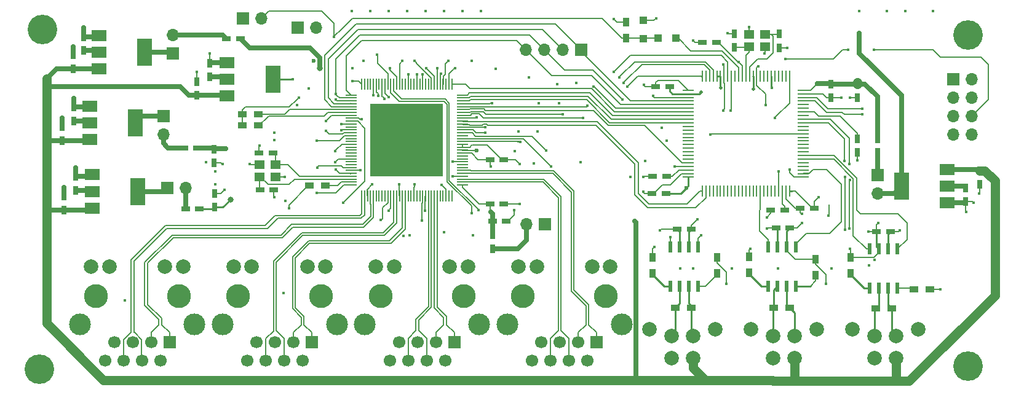
<source format=gbr>
G04 #@! TF.GenerationSoftware,KiCad,Pcbnew,(5.0.2)-1*
G04 #@! TF.CreationDate,2019-06-08T23:38:06+03:00*
G04 #@! TF.ProjectId,AVB switch with Can gateway,41564220-7377-4697-9463-682077697468,v01*
G04 #@! TF.SameCoordinates,Original*
G04 #@! TF.FileFunction,Copper,L1,Top*
G04 #@! TF.FilePolarity,Positive*
%FSLAX46Y46*%
G04 Gerber Fmt 4.6, Leading zero omitted, Abs format (unit mm)*
G04 Created by KiCad (PCBNEW (5.0.2)-1) date 6/8/2019 11:38:06 PM*
%MOMM*%
%LPD*%
G01*
G04 APERTURE LIST*
G04 #@! TA.AperFunction,SMDPad,CuDef*
%ADD10R,1.000000X1.000000*%
G04 #@! TD*
G04 #@! TA.AperFunction,SMDPad,CuDef*
%ADD11R,0.750000X1.200000*%
G04 #@! TD*
G04 #@! TA.AperFunction,SMDPad,CuDef*
%ADD12R,1.200000X0.750000*%
G04 #@! TD*
G04 #@! TA.AperFunction,SMDPad,CuDef*
%ADD13R,1.400000X1.200000*%
G04 #@! TD*
G04 #@! TA.AperFunction,ComponentPad*
%ADD14O,1.700000X1.700000*%
G04 #@! TD*
G04 #@! TA.AperFunction,ComponentPad*
%ADD15R,1.700000X1.700000*%
G04 #@! TD*
G04 #@! TA.AperFunction,SMDPad,CuDef*
%ADD16R,1.200000X0.900000*%
G04 #@! TD*
G04 #@! TA.AperFunction,SMDPad,CuDef*
%ADD17R,2.000000X1.500000*%
G04 #@! TD*
G04 #@! TA.AperFunction,SMDPad,CuDef*
%ADD18R,2.000000X3.800000*%
G04 #@! TD*
G04 #@! TA.AperFunction,SMDPad,CuDef*
%ADD19R,0.280000X1.500000*%
G04 #@! TD*
G04 #@! TA.AperFunction,SMDPad,CuDef*
%ADD20R,1.500000X0.280000*%
G04 #@! TD*
G04 #@! TA.AperFunction,SMDPad,CuDef*
%ADD21R,0.900000X1.200000*%
G04 #@! TD*
G04 #@! TA.AperFunction,ComponentPad*
%ADD22C,4.064000*%
G04 #@! TD*
G04 #@! TA.AperFunction,ComponentPad*
%ADD23C,3.300000*%
G04 #@! TD*
G04 #@! TA.AperFunction,ComponentPad*
%ADD24C,3.000000*%
G04 #@! TD*
G04 #@! TA.AperFunction,ComponentPad*
%ADD25C,2.000000*%
G04 #@! TD*
G04 #@! TA.AperFunction,ComponentPad*
%ADD26C,1.700000*%
G04 #@! TD*
G04 #@! TA.AperFunction,ComponentPad*
%ADD27R,1.800000X1.800000*%
G04 #@! TD*
G04 #@! TA.AperFunction,SMDPad,CuDef*
%ADD28R,10.000000X10.000000*%
G04 #@! TD*
G04 #@! TA.AperFunction,SMDPad,CuDef*
%ADD29R,0.240000X1.560000*%
G04 #@! TD*
G04 #@! TA.AperFunction,SMDPad,CuDef*
%ADD30R,1.560000X0.240000*%
G04 #@! TD*
G04 #@! TA.AperFunction,SMDPad,CuDef*
%ADD31R,0.600000X1.550000*%
G04 #@! TD*
G04 #@! TA.AperFunction,ViaPad*
%ADD32C,0.450000*%
G04 #@! TD*
G04 #@! TA.AperFunction,ViaPad*
%ADD33C,0.500000*%
G04 #@! TD*
G04 #@! TA.AperFunction,ViaPad*
%ADD34C,0.600000*%
G04 #@! TD*
G04 #@! TA.AperFunction,ViaPad*
%ADD35C,0.800000*%
G04 #@! TD*
G04 #@! TA.AperFunction,Conductor*
%ADD36C,0.250000*%
G04 #@! TD*
G04 #@! TA.AperFunction,Conductor*
%ADD37C,0.200000*%
G04 #@! TD*
G04 #@! TA.AperFunction,Conductor*
%ADD38C,0.150000*%
G04 #@! TD*
G04 #@! TA.AperFunction,Conductor*
%ADD39C,0.700000*%
G04 #@! TD*
G04 #@! TA.AperFunction,Conductor*
%ADD40C,0.151000*%
G04 #@! TD*
G04 #@! TA.AperFunction,Conductor*
%ADD41C,0.089000*%
G04 #@! TD*
G04 #@! TA.AperFunction,Conductor*
%ADD42C,1.300000*%
G04 #@! TD*
G04 APERTURE END LIST*
D10*
G04 #@! TO.P,D4,2*
G04 #@! TO.N,Net-(C4-Pad1)*
X182042000Y-50540000D03*
G04 #@! TO.P,D4,1*
G04 #@! TO.N,+3V3*
X182042000Y-48040000D03*
G04 #@! TD*
G04 #@! TO.P,D5,2*
G04 #@! TO.N,Net-(C4-Pad1)*
X184094000Y-50474000D03*
G04 #@! TO.P,D5,1*
G04 #@! TO.N,/mcu_stm32/RESET_N*
X186594000Y-50474000D03*
G04 #@! TD*
D11*
G04 #@! TO.P,FB6,2*
G04 #@! TO.N,Net-(FB6-Pad2)*
X161330000Y-79470000D03*
G04 #@! TO.P,FB6,1*
G04 #@! TO.N,/switch/AVDDH*
X161330000Y-77570000D03*
G04 #@! TD*
D12*
G04 #@! TO.P,FB5,1*
G04 #@! TO.N,Net-(FB5-Pad1)*
X124704000Y-50560000D03*
G04 #@! TO.P,FB5,2*
G04 #@! TO.N,/switch/VDDLS*
X126604000Y-50560000D03*
G04 #@! TD*
G04 #@! TO.P,FB3,2*
G04 #@! TO.N,/switch/AVDDL*
X120710000Y-65590000D03*
G04 #@! TO.P,FB3,1*
G04 #@! TO.N,Net-(FB3-Pad1)*
X118810000Y-65590000D03*
G04 #@! TD*
D11*
G04 #@! TO.P,FB2,1*
G04 #@! TO.N,Net-(FB2-Pad1)*
X214300000Y-66242000D03*
G04 #@! TO.P,FB2,2*
G04 #@! TO.N,VDD*
X214300000Y-64342000D03*
G04 #@! TD*
G04 #@! TO.P,R1,1*
G04 #@! TO.N,/mcu_stm32/BOOT*
X211506000Y-64342000D03*
G04 #@! TO.P,R1,2*
G04 #@! TO.N,GND*
X211506000Y-66242000D03*
G04 #@! TD*
G04 #@! TO.P,C79,2*
G04 #@! TO.N,GND*
X200820000Y-51780000D03*
G04 #@! TO.P,C79,1*
G04 #@! TO.N,Net-(C79-Pad1)*
X200820000Y-49880000D03*
G04 #@! TD*
G04 #@! TO.P,C80,1*
G04 #@! TO.N,Net-(C80-Pad1)*
X194600000Y-51740000D03*
G04 #@! TO.P,C80,2*
G04 #@! TO.N,GND*
X194600000Y-49840000D03*
G04 #@! TD*
D12*
G04 #@! TO.P,FB4,2*
G04 #@! TO.N,/switch/DVDDL*
X120960000Y-73990000D03*
G04 #@! TO.P,FB4,1*
G04 #@! TO.N,Net-(FB4-Pad1)*
X119060000Y-73990000D03*
G04 #@! TD*
D13*
G04 #@! TO.P,Y2,4*
G04 #@! TO.N,GND*
X196610000Y-49940000D03*
G04 #@! TO.P,Y2,3*
G04 #@! TO.N,Net-(C79-Pad1)*
X198810000Y-49940000D03*
G04 #@! TO.P,Y2,2*
G04 #@! TO.N,GND*
X198810000Y-51640000D03*
G04 #@! TO.P,Y2,1*
G04 #@! TO.N,Net-(C80-Pad1)*
X196610000Y-51640000D03*
G04 #@! TD*
D14*
G04 #@! TO.P,J16,2*
G04 #@! TO.N,Net-(C4-Pad1)*
X129464000Y-47766000D03*
D15*
G04 #@! TO.P,J16,1*
G04 #@! TO.N,GND*
X126924000Y-47766000D03*
G04 #@! TD*
D16*
G04 #@! TO.P,R26,1*
G04 #@! TO.N,/LED5_1*
X129040000Y-62498000D03*
G04 #@! TO.P,R26,2*
G04 #@! TO.N,+3V3*
X126840000Y-62498000D03*
G04 #@! TD*
G04 #@! TO.P,R27,2*
G04 #@! TO.N,+3V3*
X126840000Y-60974000D03*
G04 #@! TO.P,R27,1*
G04 #@! TO.N,/LED5_0*
X129040000Y-60974000D03*
G04 #@! TD*
D15*
G04 #@! TO.P,J10,1*
G04 #@! TO.N,Net-(FB2-Pad1)*
X214300000Y-69356000D03*
D14*
G04 #@! TO.P,J10,2*
G04 #@! TO.N,+3V3*
X214300000Y-71896000D03*
G04 #@! TD*
D11*
G04 #@! TO.P,C6,2*
G04 #@! TO.N,GND*
X105060000Y-50290000D03*
G04 #@! TO.P,C6,1*
G04 #@! TO.N,VDDLS_IN*
X105060000Y-52190000D03*
G04 #@! TD*
G04 #@! TO.P,C78,1*
G04 #@! TO.N,VDDHS_IN*
X122352000Y-55828000D03*
G04 #@! TO.P,C78,2*
G04 #@! TO.N,GND*
X122352000Y-53928000D03*
G04 #@! TD*
G04 #@! TO.P,C77,2*
G04 #@! TO.N,GND*
X120574000Y-56468000D03*
G04 #@! TO.P,C77,1*
G04 #@! TO.N,+5V*
X120574000Y-58368000D03*
G04 #@! TD*
G04 #@! TO.P,C76,1*
G04 #@! TO.N,AVDDL_IN*
X103700000Y-61850000D03*
G04 #@! TO.P,C76,2*
G04 #@! TO.N,GND*
X103700000Y-59950000D03*
G04 #@! TD*
G04 #@! TO.P,C75,2*
G04 #@! TO.N,GND*
X102050000Y-62670000D03*
G04 #@! TO.P,C75,1*
G04 #@! TO.N,+5V*
X102050000Y-64570000D03*
G04 #@! TD*
G04 #@! TO.P,C5,1*
G04 #@! TO.N,+5V*
X102300000Y-74120000D03*
G04 #@! TO.P,C5,2*
G04 #@! TO.N,GND*
X102300000Y-72220000D03*
G04 #@! TD*
G04 #@! TO.P,C72,2*
G04 #@! TO.N,GND*
X228350000Y-70640000D03*
G04 #@! TO.P,C72,1*
G04 #@! TO.N,+5V*
X228350000Y-68740000D03*
G04 #@! TD*
G04 #@! TO.P,C71,1*
G04 #@! TO.N,DVDDL_IN*
X103910000Y-71440000D03*
G04 #@! TO.P,C71,2*
G04 #@! TO.N,GND*
X103910000Y-69540000D03*
G04 #@! TD*
G04 #@! TO.P,C70,2*
G04 #@! TO.N,GND*
X103600000Y-52780000D03*
G04 #@! TO.P,C70,1*
G04 #@! TO.N,+5V*
X103600000Y-54680000D03*
G04 #@! TD*
G04 #@! TO.P,C69,1*
G04 #@! TO.N,+3V3*
X226460000Y-71100000D03*
G04 #@! TO.P,C69,2*
G04 #@! TO.N,GND*
X226460000Y-73000000D03*
G04 #@! TD*
D14*
G04 #@! TO.P,J13,2*
G04 #@! TO.N,Net-(FB5-Pad1)*
X117272000Y-50052000D03*
D15*
G04 #@! TO.P,J13,1*
G04 #@! TO.N,VDDLS_IN*
X117272000Y-52592000D03*
G04 #@! TD*
D14*
G04 #@! TO.P,J11,2*
G04 #@! TO.N,Net-(FB3-Pad1)*
X116002000Y-63768000D03*
D15*
G04 #@! TO.P,J11,1*
G04 #@! TO.N,AVDDL_IN*
X116002000Y-61228000D03*
G04 #@! TD*
G04 #@! TO.P,J14,1*
G04 #@! TO.N,AVDDH_IN*
X168520000Y-76070000D03*
D14*
G04 #@! TO.P,J14,2*
G04 #@! TO.N,Net-(FB6-Pad2)*
X165980000Y-76070000D03*
G04 #@! TD*
G04 #@! TO.P,J15,2*
G04 #@! TO.N,/switch/VDDHS*
X137015000Y-49050000D03*
D15*
G04 #@! TO.P,J15,1*
G04 #@! TO.N,VDDHS_IN*
X134475000Y-49050000D03*
G04 #@! TD*
D14*
G04 #@! TO.P,J12,2*
G04 #@! TO.N,Net-(FB4-Pad1)*
X119065000Y-71150000D03*
D15*
G04 #@! TO.P,J12,1*
G04 #@! TO.N,DVDDL_IN*
X116525000Y-71150000D03*
G04 #@! TD*
D14*
G04 #@! TO.P,J5,4*
G04 #@! TO.N,/switch/Data_out_MISO_SPI*
X165862000Y-52070000D03*
G04 #@! TO.P,J5,3*
G04 #@! TO.N,/switch/Data_in_MOSI_SPI*
X168402000Y-52070000D03*
G04 #@! TO.P,J5,2*
G04 #@! TO.N,/mcu_stm32/SPI_CS*
X170942000Y-52070000D03*
D15*
G04 #@! TO.P,J5,1*
G04 #@! TO.N,/switch/SCL_SPI*
X173482000Y-52070000D03*
G04 #@! TD*
D17*
G04 #@! TO.P,U12,1*
G04 #@! TO.N,GND*
X124790000Y-53848000D03*
G04 #@! TO.P,U12,3*
G04 #@! TO.N,+5V*
X124790000Y-58448000D03*
G04 #@! TO.P,U12,2*
G04 #@! TO.N,VDDHS_IN*
X124790000Y-56148000D03*
D18*
G04 #@! TO.P,U12,4*
X131090000Y-56148000D03*
G04 #@! TD*
G04 #@! TO.P,U10,4*
G04 #@! TO.N,VDDLS_IN*
X113440000Y-52390000D03*
D17*
G04 #@! TO.P,U10,2*
X107140000Y-52390000D03*
G04 #@! TO.P,U10,3*
G04 #@! TO.N,+5V*
X107140000Y-54690000D03*
G04 #@! TO.P,U10,1*
G04 #@! TO.N,GND*
X107140000Y-50090000D03*
G04 #@! TD*
G04 #@! TO.P,U11,1*
G04 #@! TO.N,GND*
X105850000Y-59820000D03*
G04 #@! TO.P,U11,3*
G04 #@! TO.N,+5V*
X105850000Y-64420000D03*
G04 #@! TO.P,U11,2*
G04 #@! TO.N,AVDDL_IN*
X105850000Y-62120000D03*
D18*
G04 #@! TO.P,U11,4*
X112150000Y-62120000D03*
G04 #@! TD*
D19*
G04 #@! TO.P,U4,1*
G04 #@! TO.N,/mcu_stm32/ETH_TXD3*
X202188000Y-55730000D03*
G04 #@! TO.P,U4,2*
G04 #@! TO.N,Net-(U4-Pad2)*
X201688000Y-55730000D03*
G04 #@! TO.P,U4,3*
G04 #@! TO.N,Net-(U4-Pad3)*
X201188000Y-55730000D03*
G04 #@! TO.P,U4,4*
G04 #@! TO.N,Net-(U4-Pad4)*
X200688000Y-55730000D03*
G04 #@! TO.P,U4,5*
G04 #@! TO.N,Net-(U4-Pad5)*
X200188000Y-55730000D03*
G04 #@! TO.P,U4,6*
G04 #@! TO.N,VDD*
X199688000Y-55730000D03*
G04 #@! TO.P,U4,7*
G04 #@! TO.N,Net-(U4-Pad7)*
X199188000Y-55730000D03*
G04 #@! TO.P,U4,8*
G04 #@! TO.N,Net-(U4-Pad8)*
X198688000Y-55730000D03*
G04 #@! TO.P,U4,9*
G04 #@! TO.N,Net-(U4-Pad9)*
X198188000Y-55730000D03*
G04 #@! TO.P,U4,10*
G04 #@! TO.N,GND*
X197688000Y-55730000D03*
G04 #@! TO.P,U4,11*
G04 #@! TO.N,VDD*
X197188000Y-55730000D03*
G04 #@! TO.P,U4,12*
G04 #@! TO.N,Net-(C79-Pad1)*
X196688000Y-55730000D03*
G04 #@! TO.P,U4,13*
G04 #@! TO.N,Net-(C80-Pad1)*
X196188000Y-55730000D03*
G04 #@! TO.P,U4,14*
G04 #@! TO.N,/mcu_stm32/NRESET*
X195688000Y-55730000D03*
G04 #@! TO.P,U4,15*
G04 #@! TO.N,/mcu_stm32/RESET_N*
X195188000Y-55730000D03*
G04 #@! TO.P,U4,16*
G04 #@! TO.N,/mcu_stm32/ETH_MDC*
X194688000Y-55730000D03*
G04 #@! TO.P,U4,17*
G04 #@! TO.N,/mcu_stm32/ETH_TXD2*
X194188000Y-55730000D03*
G04 #@! TO.P,U4,18*
G04 #@! TO.N,/mcu_stm32/ETH_TX_CLK*
X193688000Y-55730000D03*
G04 #@! TO.P,U4,19*
G04 #@! TO.N,GND*
X193188000Y-55730000D03*
G04 #@! TO.P,U4,20*
G04 #@! TO.N,VDD*
X192688000Y-55730000D03*
G04 #@! TO.P,U4,21*
X192188000Y-55730000D03*
G04 #@! TO.P,U4,22*
G04 #@! TO.N,/mcu_stm32/ETH_CRS*
X191688000Y-55730000D03*
G04 #@! TO.P,U4,23*
G04 #@! TO.N,/mcu_stm32/ETH_RX_CLK*
X191188000Y-55730000D03*
G04 #@! TO.P,U4,24*
G04 #@! TO.N,/mcu_stm32/ETH_MDIO*
X190688000Y-55730000D03*
G04 #@! TO.P,U4,25*
G04 #@! TO.N,/mcu_stm32/ETH_COL*
X190188000Y-55730000D03*
D20*
G04 #@! TO.P,U4,26*
G04 #@! TO.N,GND*
X188288000Y-57630000D03*
G04 #@! TO.P,U4,27*
G04 #@! TO.N,VDD*
X188288000Y-58130000D03*
G04 #@! TO.P,U4,28*
G04 #@! TO.N,/mcu_stm32/SPI_CS*
X188288000Y-58630000D03*
G04 #@! TO.P,U4,29*
G04 #@! TO.N,/switch/SCL_SPI*
X188288000Y-59130000D03*
G04 #@! TO.P,U4,30*
G04 #@! TO.N,/switch/Data_out_MISO_SPI*
X188288000Y-59630000D03*
G04 #@! TO.P,U4,31*
G04 #@! TO.N,/mcu_stm32/ETH_RX_DV*
X188288000Y-60130000D03*
G04 #@! TO.P,U4,32*
G04 #@! TO.N,/mcu_stm32/ETH_RXD0*
X188288000Y-60630000D03*
G04 #@! TO.P,U4,33*
G04 #@! TO.N,/mcu_stm32/ETH_RXD1*
X188288000Y-61130000D03*
G04 #@! TO.P,U4,34*
G04 #@! TO.N,/mcu_stm32/ETH_RXD2*
X188288000Y-61630000D03*
G04 #@! TO.P,U4,35*
G04 #@! TO.N,/mcu_stm32/ETH_RXD3*
X188288000Y-62130000D03*
G04 #@! TO.P,U4,36*
G04 #@! TO.N,Net-(U4-Pad36)*
X188288000Y-62630000D03*
G04 #@! TO.P,U4,37*
G04 #@! TO.N,Net-(U4-Pad37)*
X188288000Y-63130000D03*
G04 #@! TO.P,U4,38*
G04 #@! TO.N,Net-(U4-Pad38)*
X188288000Y-63630000D03*
G04 #@! TO.P,U4,39*
G04 #@! TO.N,Net-(U4-Pad39)*
X188288000Y-64130000D03*
G04 #@! TO.P,U4,40*
G04 #@! TO.N,Net-(U4-Pad40)*
X188288000Y-64630000D03*
G04 #@! TO.P,U4,41*
G04 #@! TO.N,Net-(U4-Pad41)*
X188288000Y-65130000D03*
G04 #@! TO.P,U4,42*
G04 #@! TO.N,Net-(U4-Pad42)*
X188288000Y-65630000D03*
G04 #@! TO.P,U4,43*
G04 #@! TO.N,Net-(U4-Pad43)*
X188288000Y-66130000D03*
G04 #@! TO.P,U4,44*
G04 #@! TO.N,Net-(U4-Pad44)*
X188288000Y-66630000D03*
G04 #@! TO.P,U4,45*
G04 #@! TO.N,Net-(U4-Pad45)*
X188288000Y-67130000D03*
G04 #@! TO.P,U4,46*
G04 #@! TO.N,/mcu_stm32/ETH_RX_ER*
X188288000Y-67630000D03*
G04 #@! TO.P,U4,47*
G04 #@! TO.N,/mcu_stm32/ETH_TX_EN*
X188288000Y-68130000D03*
G04 #@! TO.P,U4,48*
G04 #@! TO.N,Net-(C16-Pad2)*
X188288000Y-68630000D03*
G04 #@! TO.P,U4,49*
G04 #@! TO.N,GND*
X188288000Y-69130000D03*
G04 #@! TO.P,U4,50*
G04 #@! TO.N,VDD*
X188288000Y-69630000D03*
D19*
G04 #@! TO.P,U4,51*
G04 #@! TO.N,/mcu_stm32/ETH_TXD0*
X190188000Y-71530000D03*
G04 #@! TO.P,U4,52*
G04 #@! TO.N,/mcu_stm32/ETH_TXD1*
X190688000Y-71530000D03*
G04 #@! TO.P,U4,53*
G04 #@! TO.N,/mcu_stm32/LED_1*
X191188000Y-71530000D03*
G04 #@! TO.P,U4,54*
G04 #@! TO.N,/mcu_stm32/LED_2*
X191688000Y-71530000D03*
G04 #@! TO.P,U4,55*
G04 #@! TO.N,Net-(U4-Pad55)*
X192188000Y-71530000D03*
G04 #@! TO.P,U4,56*
G04 #@! TO.N,Net-(U4-Pad56)*
X192688000Y-71530000D03*
G04 #@! TO.P,U4,57*
G04 #@! TO.N,Net-(U4-Pad57)*
X193188000Y-71530000D03*
G04 #@! TO.P,U4,58*
G04 #@! TO.N,Net-(U4-Pad58)*
X193688000Y-71530000D03*
G04 #@! TO.P,U4,59*
G04 #@! TO.N,Net-(U4-Pad59)*
X194188000Y-71530000D03*
G04 #@! TO.P,U4,60*
G04 #@! TO.N,Net-(U4-Pad60)*
X194688000Y-71530000D03*
G04 #@! TO.P,U4,61*
G04 #@! TO.N,Net-(U4-Pad61)*
X195188000Y-71530000D03*
G04 #@! TO.P,U4,62*
G04 #@! TO.N,Net-(U4-Pad62)*
X195688000Y-71530000D03*
G04 #@! TO.P,U4,63*
G04 #@! TO.N,/mcu_stm32/PWRDN*
X196188000Y-71530000D03*
G04 #@! TO.P,U4,64*
G04 #@! TO.N,Net-(U4-Pad64)*
X196688000Y-71530000D03*
G04 #@! TO.P,U4,65*
G04 #@! TO.N,Net-(U4-Pad65)*
X197188000Y-71530000D03*
G04 #@! TO.P,U4,66*
G04 #@! TO.N,Net-(U4-Pad66)*
X197688000Y-71530000D03*
G04 #@! TO.P,U4,67*
G04 #@! TO.N,/mcu_stm32/CAN3_RX*
X198188000Y-71530000D03*
G04 #@! TO.P,U4,68*
G04 #@! TO.N,Net-(U4-Pad68)*
X198688000Y-71530000D03*
G04 #@! TO.P,U4,69*
G04 #@! TO.N,Net-(U4-Pad69)*
X199188000Y-71530000D03*
G04 #@! TO.P,U4,70*
G04 #@! TO.N,Net-(U4-Pad70)*
X199688000Y-71530000D03*
G04 #@! TO.P,U4,71*
G04 #@! TO.N,Net-(U4-Pad71)*
X200188000Y-71530000D03*
G04 #@! TO.P,U4,72*
G04 #@! TO.N,/mcu_stm32/SYS_JTMSE_SWDIO*
X200688000Y-71530000D03*
G04 #@! TO.P,U4,73*
G04 #@! TO.N,Net-(C18-Pad1)*
X201188000Y-71530000D03*
G04 #@! TO.P,U4,74*
G04 #@! TO.N,GND*
X201688000Y-71530000D03*
G04 #@! TO.P,U4,75*
G04 #@! TO.N,VDD*
X202188000Y-71530000D03*
D20*
G04 #@! TO.P,U4,76*
G04 #@! TO.N,/mcu_stm32/SYS_JTCK_SWCLK*
X204088000Y-69630000D03*
G04 #@! TO.P,U4,77*
G04 #@! TO.N,/mcu_stm32/CAN3_TX*
X204088000Y-69130000D03*
G04 #@! TO.P,U4,78*
G04 #@! TO.N,Net-(U4-Pad78)*
X204088000Y-68630000D03*
G04 #@! TO.P,U4,79*
G04 #@! TO.N,Net-(U4-Pad79)*
X204088000Y-68130000D03*
G04 #@! TO.P,U4,80*
G04 #@! TO.N,Net-(U4-Pad80)*
X204088000Y-67630000D03*
G04 #@! TO.P,U4,81*
G04 #@! TO.N,/mcu_stm32/CAN1_RX*
X204088000Y-67130000D03*
G04 #@! TO.P,U4,82*
G04 #@! TO.N,/mcu_stm32/CAN1_TX*
X204088000Y-66630000D03*
G04 #@! TO.P,U4,83*
G04 #@! TO.N,Net-(U4-Pad83)*
X204088000Y-66130000D03*
G04 #@! TO.P,U4,84*
G04 #@! TO.N,Net-(U4-Pad84)*
X204088000Y-65630000D03*
G04 #@! TO.P,U4,85*
G04 #@! TO.N,Net-(U4-Pad85)*
X204088000Y-65130000D03*
G04 #@! TO.P,U4,86*
G04 #@! TO.N,Net-(U4-Pad86)*
X204088000Y-64630000D03*
G04 #@! TO.P,U4,87*
G04 #@! TO.N,Net-(U4-Pad87)*
X204088000Y-64130000D03*
G04 #@! TO.P,U4,88*
G04 #@! TO.N,/switch/Data_in_MOSI_SPI*
X204088000Y-63630000D03*
G04 #@! TO.P,U4,89*
G04 #@! TO.N,Net-(U4-Pad89)*
X204088000Y-63130000D03*
G04 #@! TO.P,U4,90*
G04 #@! TO.N,Net-(U4-Pad90)*
X204088000Y-62630000D03*
G04 #@! TO.P,U4,91*
G04 #@! TO.N,/mcu_stm32/CAN2_RX*
X204088000Y-62130000D03*
G04 #@! TO.P,U4,92*
G04 #@! TO.N,/mcu_stm32/CAN2_TX*
X204088000Y-61630000D03*
G04 #@! TO.P,U4,93*
G04 #@! TO.N,Net-(U4-Pad93)*
X204088000Y-61130000D03*
G04 #@! TO.P,U4,94*
G04 #@! TO.N,/mcu_stm32/BOOT*
X204088000Y-60630000D03*
G04 #@! TO.P,U4,95*
G04 #@! TO.N,Net-(U4-Pad95)*
X204088000Y-60130000D03*
G04 #@! TO.P,U4,96*
G04 #@! TO.N,Net-(U4-Pad96)*
X204088000Y-59630000D03*
G04 #@! TO.P,U4,97*
G04 #@! TO.N,/mcu_stm32/UART8_RX*
X204088000Y-59130000D03*
G04 #@! TO.P,U4,98*
G04 #@! TO.N,/mcu_stm32/UART8_TX*
X204088000Y-58630000D03*
G04 #@! TO.P,U4,99*
G04 #@! TO.N,GND*
X204088000Y-58130000D03*
G04 #@! TO.P,U4,100*
G04 #@! TO.N,VDD*
X204088000Y-57630000D03*
G04 #@! TD*
D13*
G04 #@! TO.P,Y1,4*
G04 #@! TO.N,GND*
X129264000Y-67864000D03*
G04 #@! TO.P,Y1,3*
G04 #@! TO.N,Net-(C66-Pad1)*
X131464000Y-67864000D03*
G04 #@! TO.P,Y1,2*
G04 #@! TO.N,GND*
X131464000Y-69564000D03*
G04 #@! TO.P,Y1,1*
G04 #@! TO.N,Net-(C67-Pad1)*
X129264000Y-69564000D03*
G04 #@! TD*
D21*
G04 #@! TO.P,R13,2*
G04 #@! TO.N,Net-(C4-Pad1)*
X179704000Y-50454000D03*
G04 #@! TO.P,R13,1*
G04 #@! TO.N,+3V3*
X179704000Y-48254000D03*
G04 #@! TD*
D22*
G04 #@! TO.P,H4,1*
G04 #@! TO.N,N/C*
X226780000Y-50038000D03*
G04 #@! TD*
G04 #@! TO.P,H3,1*
G04 #@! TO.N,N/C*
X226780000Y-95690000D03*
G04 #@! TD*
G04 #@! TO.P,H2,1*
G04 #@! TO.N,N/C*
X99314000Y-49276000D03*
G04 #@! TD*
G04 #@! TO.P,H1,1*
G04 #@! TO.N,N/C*
X98896999Y-96050000D03*
G04 #@! TD*
D23*
G04 #@! TO.P,J8,*
G04 #@! TO.N,*
X165485000Y-86050000D03*
X176915000Y-86050000D03*
D24*
X163325000Y-89940000D03*
X179075000Y-89940000D03*
D25*
G04 #@! TO.P,J8,11*
G04 #@! TO.N,Net-(J8-Pad11)*
X167385000Y-81940000D03*
G04 #@! TO.P,J8,10*
G04 #@! TO.N,/LED4_0*
X175015000Y-81940000D03*
G04 #@! TO.P,J8,12*
G04 #@! TO.N,/LED4_1*
X164885000Y-81940000D03*
G04 #@! TO.P,J8,9*
G04 #@! TO.N,Net-(J8-Pad9)*
X177515000Y-81940000D03*
D26*
G04 #@! TO.P,J8,8*
G04 #@! TO.N,GNDPWR*
X166755000Y-94940000D03*
D27*
G04 #@! TO.P,J8,1*
G04 #@! TO.N,/RX4-*
X175645000Y-92400000D03*
D26*
G04 #@! TO.P,J8,3*
G04 #@! TO.N,/RX4+*
X173105000Y-92400000D03*
G04 #@! TO.P,J8,5*
G04 #@! TO.N,Net-(C13-Pad1)*
X170565000Y-92400000D03*
G04 #@! TO.P,J8,7*
G04 #@! TO.N,N/C*
X168025000Y-92400000D03*
G04 #@! TO.P,J8,6*
G04 #@! TO.N,/TX4+*
X169295000Y-94940000D03*
G04 #@! TO.P,J8,4*
G04 #@! TO.N,/TX4-*
X171835000Y-94940000D03*
G04 #@! TO.P,J8,2*
G04 #@! TO.N,Net-(C14-Pad1)*
X174375000Y-94940000D03*
G04 #@! TD*
D23*
G04 #@! TO.P,J7,*
G04 #@! TO.N,*
X145881666Y-86050000D03*
X157311666Y-86050000D03*
D24*
X143721666Y-89940000D03*
X159471666Y-89940000D03*
D25*
G04 #@! TO.P,J7,11*
G04 #@! TO.N,Net-(J7-Pad11)*
X147781666Y-81940000D03*
G04 #@! TO.P,J7,10*
G04 #@! TO.N,/LED3_0*
X155411666Y-81940000D03*
G04 #@! TO.P,J7,12*
G04 #@! TO.N,/LED3_1*
X145281666Y-81940000D03*
G04 #@! TO.P,J7,9*
G04 #@! TO.N,Net-(J7-Pad9)*
X157911666Y-81940000D03*
D26*
G04 #@! TO.P,J7,8*
G04 #@! TO.N,GNDPWR*
X147151666Y-94940000D03*
D27*
G04 #@! TO.P,J7,1*
G04 #@! TO.N,/RX3-*
X156041666Y-92400000D03*
D26*
G04 #@! TO.P,J7,3*
G04 #@! TO.N,/RX3+*
X153501666Y-92400000D03*
G04 #@! TO.P,J7,5*
G04 #@! TO.N,Net-(C10-Pad1)*
X150961666Y-92400000D03*
G04 #@! TO.P,J7,7*
G04 #@! TO.N,N/C*
X148421666Y-92400000D03*
G04 #@! TO.P,J7,6*
G04 #@! TO.N,/TX3+*
X149691666Y-94940000D03*
G04 #@! TO.P,J7,4*
G04 #@! TO.N,/TX3-*
X152231666Y-94940000D03*
G04 #@! TO.P,J7,2*
G04 #@! TO.N,Net-(C11-Pad1)*
X154771666Y-94940000D03*
G04 #@! TD*
D15*
G04 #@! TO.P,J9,1*
G04 #@! TO.N,/mcu_stm32/SYS_JTCK_SWCLK*
X224714000Y-56148000D03*
D14*
G04 #@! TO.P,J9,2*
G04 #@! TO.N,/mcu_stm32/SYS_JTMSE_SWDIO*
X227254000Y-56148000D03*
G04 #@! TO.P,J9,3*
G04 #@! TO.N,/mcu_stm32/UART8_RX*
X224714000Y-58688000D03*
G04 #@! TO.P,J9,4*
G04 #@! TO.N,/mcu_stm32/UART8_TX*
X227254000Y-58688000D03*
G04 #@! TO.P,J9,5*
G04 #@! TO.N,Net-(J9-Pad5)*
X224714000Y-61228000D03*
G04 #@! TO.P,J9,6*
G04 #@! TO.N,/mcu_stm32/NRESET*
X227254000Y-61228000D03*
G04 #@! TO.P,J9,7*
G04 #@! TO.N,Net-(J9-Pad7)*
X224714000Y-63768000D03*
G04 #@! TO.P,J9,8*
G04 #@! TO.N,GND*
X227254000Y-63768000D03*
G04 #@! TD*
D28*
G04 #@! TO.P,IC1,129*
G04 #@! TO.N,GND*
X149500000Y-64500000D03*
D29*
G04 #@! TO.P,IC1,96*
G04 #@! TO.N,Net-(C4-Pad1)*
X143300000Y-56820000D03*
G04 #@! TO.P,IC1,95*
G04 #@! TO.N,Net-(IC1-Pad95)*
X143700000Y-56820000D03*
G04 #@! TO.P,IC1,94*
G04 #@! TO.N,Net-(IC1-Pad94)*
X144100000Y-56820000D03*
G04 #@! TO.P,IC1,93*
G04 #@! TO.N,Net-(IC1-Pad93)*
X144500000Y-56820000D03*
G04 #@! TO.P,IC1,92*
G04 #@! TO.N,/LED2_1*
X144900000Y-56820000D03*
G04 #@! TO.P,IC1,91*
G04 #@! TO.N,/LED2_0*
X145300000Y-56820000D03*
G04 #@! TO.P,IC1,90*
G04 #@! TO.N,Net-(IC1-Pad90)*
X145700000Y-56820000D03*
G04 #@! TO.P,IC1,89*
G04 #@! TO.N,/LED3_1*
X146100000Y-56820000D03*
G04 #@! TO.P,IC1,88*
G04 #@! TO.N,/LED3_0*
X146500000Y-56820000D03*
G04 #@! TO.P,IC1,87*
G04 #@! TO.N,/switch/DVDDL*
X146900000Y-56820000D03*
G04 #@! TO.P,IC1,86*
G04 #@! TO.N,/LED4_1*
X147300000Y-56820000D03*
G04 #@! TO.P,IC1,85*
G04 #@! TO.N,/LED4_0*
X147700000Y-56820000D03*
G04 #@! TO.P,IC1,84*
G04 #@! TO.N,/switch/VDDLS*
X148100000Y-56820000D03*
G04 #@! TO.P,IC1,83*
G04 #@! TO.N,/switch/VDDHS*
X148500000Y-56820000D03*
G04 #@! TO.P,IC1,82*
G04 #@! TO.N,Net-(IC1-Pad82)*
X148900000Y-56820000D03*
G04 #@! TO.P,IC1,81*
G04 #@! TO.N,Net-(IC1-Pad81)*
X149300000Y-56820000D03*
G04 #@! TO.P,IC1,80*
G04 #@! TO.N,GND*
X149700000Y-56820000D03*
G04 #@! TO.P,IC1,79*
G04 #@! TO.N,Net-(IC1-Pad79)*
X150100000Y-56820000D03*
G04 #@! TO.P,IC1,78*
G04 #@! TO.N,Net-(IC1-Pad78)*
X150500000Y-56820000D03*
G04 #@! TO.P,IC1,77*
G04 #@! TO.N,GND*
X150900000Y-56820000D03*
G04 #@! TO.P,IC1,76*
G04 #@! TO.N,Net-(IC1-Pad76)*
X151300000Y-56820000D03*
G04 #@! TO.P,IC1,75*
G04 #@! TO.N,GND*
X151700000Y-56820000D03*
G04 #@! TO.P,IC1,74*
G04 #@! TO.N,Net-(IC1-Pad74)*
X152100000Y-56820000D03*
G04 #@! TO.P,IC1,73*
G04 #@! TO.N,Net-(IC1-Pad73)*
X152500000Y-56820000D03*
G04 #@! TO.P,IC1,72*
G04 #@! TO.N,/switch/VDDHS*
X152900000Y-56820000D03*
G04 #@! TO.P,IC1,71*
G04 #@! TO.N,/switch/VDDLS*
X153300000Y-56820000D03*
G04 #@! TO.P,IC1,70*
G04 #@! TO.N,/switch/DVDDL*
X153700000Y-56820000D03*
G04 #@! TO.P,IC1,69*
G04 #@! TO.N,GND*
X154100000Y-56820000D03*
G04 #@! TO.P,IC1,68*
G04 #@! TO.N,+3V3*
X154500000Y-56820000D03*
G04 #@! TO.P,IC1,67*
G04 #@! TO.N,Net-(IC1-Pad67)*
X154900000Y-56820000D03*
G04 #@! TO.P,IC1,66*
G04 #@! TO.N,/switch/DVDDL*
X155300000Y-56820000D03*
G04 #@! TO.P,IC1,65*
G04 #@! TO.N,/mcu_stm32/ETH_RXD0*
X155700000Y-56820000D03*
G04 #@! TO.P,IC1,32*
G04 #@! TO.N,Net-(IC1-Pad32)*
X155700000Y-72180000D03*
G04 #@! TO.P,IC1,31*
G04 #@! TO.N,Net-(IC1-Pad31)*
X155300000Y-72180000D03*
G04 #@! TO.P,IC1,30*
G04 #@! TO.N,/switch/AVDDL*
X154900000Y-72180000D03*
G04 #@! TO.P,IC1,29*
G04 #@! TO.N,Net-(IC1-Pad29)*
X154500000Y-72180000D03*
G04 #@! TO.P,IC1,28*
G04 #@! TO.N,Net-(IC1-Pad28)*
X154100000Y-72180000D03*
G04 #@! TO.P,IC1,27*
G04 #@! TO.N,/RX3-*
X153700000Y-72180000D03*
G04 #@! TO.P,IC1,26*
G04 #@! TO.N,/RX3+*
X153300000Y-72180000D03*
G04 #@! TO.P,IC1,25*
G04 #@! TO.N,/TX3-*
X152900000Y-72180000D03*
G04 #@! TO.P,IC1,24*
G04 #@! TO.N,/TX3+*
X152500000Y-72180000D03*
G04 #@! TO.P,IC1,23*
G04 #@! TO.N,/switch/DVDDL*
X152100000Y-72180000D03*
G04 #@! TO.P,IC1,22*
G04 #@! TO.N,/switch/AVDDH*
X151700000Y-72180000D03*
G04 #@! TO.P,IC1,21*
G04 #@! TO.N,Net-(IC1-Pad21)*
X151300000Y-72180000D03*
G04 #@! TO.P,IC1,20*
G04 #@! TO.N,Net-(IC1-Pad20)*
X150900000Y-72180000D03*
G04 #@! TO.P,IC1,19*
G04 #@! TO.N,/switch/AVDDL*
X150500000Y-72180000D03*
G04 #@! TO.P,IC1,18*
G04 #@! TO.N,Net-(IC1-Pad18)*
X150100000Y-72180000D03*
G04 #@! TO.P,IC1,17*
G04 #@! TO.N,Net-(IC1-Pad17)*
X149700000Y-72180000D03*
G04 #@! TO.P,IC1,16*
G04 #@! TO.N,/RX2-*
X149300000Y-72180000D03*
G04 #@! TO.P,IC1,15*
G04 #@! TO.N,/RX2+*
X148900000Y-72180000D03*
G04 #@! TO.P,IC1,14*
G04 #@! TO.N,/switch/AVDDL*
X148500000Y-72180000D03*
G04 #@! TO.P,IC1,13*
G04 #@! TO.N,/TX2-*
X148100000Y-72180000D03*
G04 #@! TO.P,IC1,12*
G04 #@! TO.N,/TX2+*
X147700000Y-72180000D03*
G04 #@! TO.P,IC1,11*
G04 #@! TO.N,/switch/DVDDL*
X147300000Y-72180000D03*
G04 #@! TO.P,IC1,10*
G04 #@! TO.N,/switch/AVDDH*
X146900000Y-72180000D03*
G04 #@! TO.P,IC1,9*
G04 #@! TO.N,Net-(IC1-Pad9)*
X146500000Y-72180000D03*
G04 #@! TO.P,IC1,8*
G04 #@! TO.N,Net-(IC1-Pad8)*
X146100000Y-72180000D03*
G04 #@! TO.P,IC1,7*
G04 #@! TO.N,Net-(IC1-Pad7)*
X145700000Y-72180000D03*
G04 #@! TO.P,IC1,6*
G04 #@! TO.N,Net-(IC1-Pad6)*
X145300000Y-72180000D03*
G04 #@! TO.P,IC1,5*
G04 #@! TO.N,/RX1-*
X144900000Y-72180000D03*
G04 #@! TO.P,IC1,4*
G04 #@! TO.N,/RX1+*
X144500000Y-72180000D03*
G04 #@! TO.P,IC1,3*
G04 #@! TO.N,/switch/AVDDL*
X144100000Y-72180000D03*
G04 #@! TO.P,IC1,2*
G04 #@! TO.N,/TX1-*
X143700000Y-72180000D03*
G04 #@! TO.P,IC1,1*
G04 #@! TO.N,/TX1+*
X143300000Y-72180000D03*
D30*
G04 #@! TO.P,IC1,128*
G04 #@! TO.N,/switch/AVDDH*
X141820000Y-70700000D03*
G04 #@! TO.P,IC1,127*
G04 #@! TO.N,Net-(IC1-Pad127)*
X141820000Y-70300000D03*
G04 #@! TO.P,IC1,126*
G04 #@! TO.N,Net-(C67-Pad1)*
X141820000Y-69900000D03*
G04 #@! TO.P,IC1,125*
G04 #@! TO.N,Net-(C66-Pad1)*
X141820000Y-69500000D03*
G04 #@! TO.P,IC1,124*
G04 #@! TO.N,/switch/AVDDL*
X141820000Y-69100000D03*
G04 #@! TO.P,IC1,123*
G04 #@! TO.N,GND*
X141820000Y-68700000D03*
G04 #@! TO.P,IC1,122*
G04 #@! TO.N,/switch/AVDDH*
X141820000Y-68300000D03*
G04 #@! TO.P,IC1,121*
G04 #@! TO.N,Net-(IC1-Pad121)*
X141820000Y-67900000D03*
G04 #@! TO.P,IC1,120*
G04 #@! TO.N,Net-(IC1-Pad120)*
X141820000Y-67500000D03*
G04 #@! TO.P,IC1,119*
G04 #@! TO.N,/switch/AVDDL*
X141820000Y-67100000D03*
G04 #@! TO.P,IC1,118*
G04 #@! TO.N,Net-(IC1-Pad118)*
X141820000Y-66700000D03*
G04 #@! TO.P,IC1,117*
G04 #@! TO.N,Net-(IC1-Pad117)*
X141820000Y-66300000D03*
G04 #@! TO.P,IC1,116*
G04 #@! TO.N,/RX5-*
X141820000Y-65900000D03*
G04 #@! TO.P,IC1,115*
G04 #@! TO.N,/RX5+*
X141820000Y-65500000D03*
G04 #@! TO.P,IC1,114*
G04 #@! TO.N,/switch/AVDDL*
X141820000Y-65100000D03*
G04 #@! TO.P,IC1,113*
G04 #@! TO.N,/TX5-*
X141820000Y-64700000D03*
G04 #@! TO.P,IC1,112*
G04 #@! TO.N,/TX5+*
X141820000Y-64300000D03*
G04 #@! TO.P,IC1,111*
G04 #@! TO.N,/switch/AVDDH*
X141820000Y-63900000D03*
G04 #@! TO.P,IC1,110*
G04 #@! TO.N,/switch/DVDDL*
X141820000Y-63500000D03*
G04 #@! TO.P,IC1,109*
G04 #@! TO.N,GND*
X141820000Y-63100000D03*
G04 #@! TO.P,IC1,108*
G04 #@! TO.N,Net-(IC1-Pad108)*
X141820000Y-62700000D03*
G04 #@! TO.P,IC1,107*
G04 #@! TO.N,GND*
X141820000Y-62300000D03*
G04 #@! TO.P,IC1,106*
G04 #@! TO.N,/switch/LED1_1*
X141820000Y-61900000D03*
G04 #@! TO.P,IC1,105*
G04 #@! TO.N,/switch/LED1_0*
X141820000Y-61500000D03*
G04 #@! TO.P,IC1,104*
G04 #@! TO.N,/switch/DVDDL*
X141820000Y-61100000D03*
G04 #@! TO.P,IC1,103*
G04 #@! TO.N,/LED5_1*
X141820000Y-60700000D03*
G04 #@! TO.P,IC1,102*
G04 #@! TO.N,/LED5_0*
X141820000Y-60300000D03*
G04 #@! TO.P,IC1,101*
G04 #@! TO.N,/switch/SCL_SPI*
X141820000Y-59900000D03*
G04 #@! TO.P,IC1,100*
G04 #@! TO.N,/mcu_stm32/SPI_CS*
X141820000Y-59500000D03*
G04 #@! TO.P,IC1,99*
G04 #@! TO.N,+3V3*
X141820000Y-59100000D03*
G04 #@! TO.P,IC1,98*
G04 #@! TO.N,/switch/Data_in_MOSI_SPI*
X141820000Y-58700000D03*
G04 #@! TO.P,IC1,97*
G04 #@! TO.N,/switch/Data_out_MISO_SPI*
X141820000Y-58300000D03*
G04 #@! TO.P,IC1,64*
G04 #@! TO.N,/mcu_stm32/ETH_RXD1*
X157180000Y-58300000D03*
G04 #@! TO.P,IC1,63*
G04 #@! TO.N,/mcu_stm32/ETH_RXD2*
X157180000Y-58700000D03*
G04 #@! TO.P,IC1,62*
G04 #@! TO.N,/mcu_stm32/ETH_RXD3*
X157180000Y-59100000D03*
G04 #@! TO.P,IC1,61*
G04 #@! TO.N,+3V3*
X157180000Y-59500000D03*
G04 #@! TO.P,IC1,60*
G04 #@! TO.N,/mcu_stm32/ETH_CRS*
X157180000Y-59900000D03*
G04 #@! TO.P,IC1,59*
G04 #@! TO.N,/mcu_stm32/ETH_RX_ER*
X157180000Y-60300000D03*
G04 #@! TO.P,IC1,58*
G04 #@! TO.N,/mcu_stm32/ETH_RX_DV*
X157180000Y-60700000D03*
G04 #@! TO.P,IC1,57*
G04 #@! TO.N,/mcu_stm32/ETH_RX_CLK*
X157180000Y-61100000D03*
G04 #@! TO.P,IC1,56*
G04 #@! TO.N,/switch/DVDDL*
X157180000Y-61500000D03*
G04 #@! TO.P,IC1,55*
G04 #@! TO.N,/mcu_stm32/ETH_TXD0*
X157180000Y-61900000D03*
G04 #@! TO.P,IC1,54*
G04 #@! TO.N,/mcu_stm32/ETH_TXD1*
X157180000Y-62300000D03*
G04 #@! TO.P,IC1,53*
G04 #@! TO.N,/mcu_stm32/ETH_TXD2*
X157180000Y-62700000D03*
G04 #@! TO.P,IC1,52*
G04 #@! TO.N,/mcu_stm32/ETH_TXD3*
X157180000Y-63100000D03*
G04 #@! TO.P,IC1,51*
G04 #@! TO.N,/mcu_stm32/ETH_COL*
X157180000Y-63500000D03*
G04 #@! TO.P,IC1,50*
G04 #@! TO.N,Net-(IC1-Pad50)*
X157180000Y-63900000D03*
G04 #@! TO.P,IC1,49*
G04 #@! TO.N,/mcu_stm32/ETH_TX_EN*
X157180000Y-64300000D03*
G04 #@! TO.P,IC1,48*
G04 #@! TO.N,/mcu_stm32/ETH_TX_CLK*
X157180000Y-64700000D03*
G04 #@! TO.P,IC1,47*
G04 #@! TO.N,GND*
X157180000Y-65100000D03*
G04 #@! TO.P,IC1,46*
X157180000Y-65500000D03*
G04 #@! TO.P,IC1,45*
G04 #@! TO.N,/switch/DVDDL*
X157180000Y-65900000D03*
G04 #@! TO.P,IC1,44*
G04 #@! TO.N,/switch/AVDDH*
X157180000Y-66300000D03*
G04 #@! TO.P,IC1,43*
G04 #@! TO.N,Net-(IC1-Pad43)*
X157180000Y-66700000D03*
G04 #@! TO.P,IC1,42*
G04 #@! TO.N,Net-(IC1-Pad42)*
X157180000Y-67100000D03*
G04 #@! TO.P,IC1,41*
G04 #@! TO.N,/switch/AVDDL*
X157180000Y-67500000D03*
G04 #@! TO.P,IC1,40*
G04 #@! TO.N,Net-(IC1-Pad40)*
X157180000Y-67900000D03*
G04 #@! TO.P,IC1,39*
G04 #@! TO.N,Net-(IC1-Pad39)*
X157180000Y-68300000D03*
G04 #@! TO.P,IC1,38*
G04 #@! TO.N,/RX4-*
X157180000Y-68700000D03*
G04 #@! TO.P,IC1,37*
G04 #@! TO.N,/RX4+*
X157180000Y-69100000D03*
G04 #@! TO.P,IC1,36*
G04 #@! TO.N,/switch/AVDDL*
X157180000Y-69500000D03*
G04 #@! TO.P,IC1,35*
G04 #@! TO.N,/TX4-*
X157180000Y-69900000D03*
G04 #@! TO.P,IC1,34*
G04 #@! TO.N,/TX4+*
X157180000Y-70300000D03*
G04 #@! TO.P,IC1,33*
G04 #@! TO.N,/switch/AVDDH*
X157180000Y-70700000D03*
G04 #@! TD*
D23*
G04 #@! TO.P,J6,*
G04 #@! TO.N,*
X126278333Y-86050000D03*
X137708333Y-86050000D03*
D24*
X124118333Y-89940000D03*
X139868333Y-89940000D03*
D25*
G04 #@! TO.P,J6,11*
G04 #@! TO.N,Net-(J6-Pad11)*
X128178333Y-81940000D03*
G04 #@! TO.P,J6,10*
G04 #@! TO.N,/LED2_0*
X135808333Y-81940000D03*
G04 #@! TO.P,J6,12*
G04 #@! TO.N,/LED2_1*
X125678333Y-81940000D03*
G04 #@! TO.P,J6,9*
G04 #@! TO.N,Net-(J6-Pad9)*
X138308333Y-81940000D03*
D26*
G04 #@! TO.P,J6,8*
G04 #@! TO.N,GNDPWR*
X127548333Y-94940000D03*
D27*
G04 #@! TO.P,J6,1*
G04 #@! TO.N,/RX2-*
X136438333Y-92400000D03*
D26*
G04 #@! TO.P,J6,3*
G04 #@! TO.N,/RX2+*
X133898333Y-92400000D03*
G04 #@! TO.P,J6,5*
G04 #@! TO.N,Net-(C7-Pad1)*
X131358333Y-92400000D03*
G04 #@! TO.P,J6,7*
G04 #@! TO.N,N/C*
X128818333Y-92400000D03*
G04 #@! TO.P,J6,6*
G04 #@! TO.N,/TX2+*
X130088333Y-94940000D03*
G04 #@! TO.P,J6,4*
G04 #@! TO.N,/TX2-*
X132628333Y-94940000D03*
G04 #@! TO.P,J6,2*
G04 #@! TO.N,Net-(C8-Pad1)*
X135168333Y-94940000D03*
G04 #@! TD*
D23*
G04 #@! TO.P,J4,*
G04 #@! TO.N,*
X106675000Y-86050000D03*
X118105000Y-86050000D03*
D24*
X104515000Y-89940000D03*
X120265000Y-89940000D03*
D25*
G04 #@! TO.P,J4,11*
G04 #@! TO.N,Net-(J4-Pad11)*
X108575000Y-81940000D03*
G04 #@! TO.P,J4,10*
G04 #@! TO.N,/switch/LED1_0*
X116205000Y-81940000D03*
G04 #@! TO.P,J4,12*
G04 #@! TO.N,/switch/LED1_1*
X106075000Y-81940000D03*
G04 #@! TO.P,J4,9*
G04 #@! TO.N,Net-(J4-Pad9)*
X118705000Y-81940000D03*
D26*
G04 #@! TO.P,J4,8*
G04 #@! TO.N,GNDPWR*
X107945000Y-94940000D03*
D27*
G04 #@! TO.P,J4,1*
G04 #@! TO.N,/RX1-*
X116835000Y-92400000D03*
D26*
G04 #@! TO.P,J4,3*
G04 #@! TO.N,/RX1+*
X114295000Y-92400000D03*
G04 #@! TO.P,J4,5*
G04 #@! TO.N,Net-(C1-Pad1)*
X111755000Y-92400000D03*
G04 #@! TO.P,J4,7*
G04 #@! TO.N,N/C*
X109215000Y-92400000D03*
G04 #@! TO.P,J4,6*
G04 #@! TO.N,/TX1+*
X110485000Y-94940000D03*
G04 #@! TO.P,J4,4*
G04 #@! TO.N,/TX1-*
X113025000Y-94940000D03*
G04 #@! TO.P,J4,2*
G04 #@! TO.N,Net-(C2-Pad1)*
X115565000Y-94940000D03*
G04 #@! TD*
D12*
G04 #@! TO.P,C16,1*
G04 #@! TO.N,GND*
X183380000Y-69500000D03*
G04 #@! TO.P,C16,2*
G04 #@! TO.N,Net-(C16-Pad2)*
X185280000Y-69500000D03*
G04 #@! TD*
G04 #@! TO.P,C17,1*
G04 #@! TO.N,/mcu_stm32/NRESET*
X192136000Y-51068000D03*
G04 #@! TO.P,C17,2*
G04 #@! TO.N,GND*
X190236000Y-51068000D03*
G04 #@! TD*
G04 #@! TO.P,C18,1*
G04 #@! TO.N,Net-(C18-Pad1)*
X201534000Y-74182000D03*
G04 #@! TO.P,C18,2*
G04 #@! TO.N,GND*
X199634000Y-74182000D03*
G04 #@! TD*
D11*
G04 #@! TO.P,C19,1*
G04 #@! TO.N,GND*
X211500000Y-58700000D03*
G04 #@! TO.P,C19,2*
G04 #@! TO.N,VDD*
X211500000Y-56800000D03*
G04 #@! TD*
D12*
G04 #@! TO.P,C20,1*
G04 #@! TO.N,GND*
X183290000Y-71850000D03*
G04 #@! TO.P,C20,2*
G04 #@! TO.N,VDD*
X185190000Y-71850000D03*
G04 #@! TD*
G04 #@! TO.P,C21,1*
G04 #@! TO.N,GND*
X183770000Y-57130000D03*
G04 #@! TO.P,C21,2*
G04 #@! TO.N,VDD*
X185670000Y-57130000D03*
G04 #@! TD*
G04 #@! TO.P,C22,2*
G04 #@! TO.N,VDD*
X205598000Y-73928000D03*
G04 #@! TO.P,C22,1*
G04 #@! TO.N,GND*
X203698000Y-73928000D03*
G04 #@! TD*
D11*
G04 #@! TO.P,C25,1*
G04 #@! TO.N,GND*
X207900000Y-58700000D03*
G04 #@! TO.P,C25,2*
G04 #@! TO.N,VDD*
X207900000Y-56800000D03*
G04 #@! TD*
D12*
G04 #@! TO.P,C26,1*
G04 #@! TO.N,+3V3*
X200350000Y-76600000D03*
G04 #@! TO.P,C26,2*
G04 #@! TO.N,GND*
X202250000Y-76600000D03*
G04 #@! TD*
G04 #@! TO.P,C27,1*
G04 #@! TO.N,+3V3*
X214200000Y-77100000D03*
G04 #@! TO.P,C27,2*
G04 #@! TO.N,GND*
X216100000Y-77100000D03*
G04 #@! TD*
G04 #@! TO.P,C28,1*
G04 #@! TO.N,+3V3*
X186750000Y-76800000D03*
G04 #@! TO.P,C28,2*
G04 #@! TO.N,GND*
X188650000Y-76800000D03*
G04 #@! TD*
D11*
G04 #@! TO.P,C32,1*
G04 #@! TO.N,/switch/DVDDL*
X123070000Y-73740000D03*
G04 #@! TO.P,C32,2*
G04 #@! TO.N,GND*
X123070000Y-71840000D03*
G04 #@! TD*
G04 #@! TO.P,C42,1*
G04 #@! TO.N,/switch/AVDDL*
X123010000Y-65740000D03*
G04 #@! TO.P,C42,2*
G04 #@! TO.N,GND*
X123010000Y-67640000D03*
G04 #@! TD*
D12*
G04 #@! TO.P,C52,1*
G04 #@! TO.N,/switch/AVDDH*
X161300000Y-75660000D03*
G04 #@! TO.P,C52,2*
G04 #@! TO.N,GND*
X163200000Y-75660000D03*
G04 #@! TD*
G04 #@! TO.P,C55,1*
G04 #@! TO.N,/switch/AVDDH*
X160950000Y-73275000D03*
G04 #@! TO.P,C55,2*
G04 #@! TO.N,GND*
X162850000Y-73275000D03*
G04 #@! TD*
G04 #@! TO.P,C56,1*
G04 #@! TO.N,/switch/AVDDH*
X160950000Y-67200000D03*
G04 #@! TO.P,C56,2*
G04 #@! TO.N,GND*
X162850000Y-67200000D03*
G04 #@! TD*
G04 #@! TO.P,C66,1*
G04 #@! TO.N,Net-(C66-Pad1)*
X131078000Y-66262000D03*
G04 #@! TO.P,C66,2*
G04 #@! TO.N,GND*
X129178000Y-66262000D03*
G04 #@! TD*
G04 #@! TO.P,C67,1*
G04 #@! TO.N,Net-(C67-Pad1)*
X129310000Y-71342000D03*
G04 #@! TO.P,C67,2*
G04 #@! TO.N,GND*
X131210000Y-71342000D03*
G04 #@! TD*
D25*
G04 #@! TO.P,J1,~*
G04 #@! TO.N,N/C*
X219892000Y-90590000D03*
X210892000Y-90590000D03*
G04 #@! TO.P,J1,1*
G04 #@! TO.N,+5V*
X216892000Y-94530000D03*
G04 #@! TO.P,J1,2*
G04 #@! TO.N,GND*
X213892000Y-94530000D03*
G04 #@! TO.P,J1,3*
G04 #@! TO.N,/CAN1+*
X216892000Y-91530000D03*
G04 #@! TO.P,J1,4*
G04 #@! TO.N,/CAN1-*
X213892000Y-91530000D03*
G04 #@! TD*
G04 #@! TO.P,J2,~*
G04 #@! TO.N,N/C*
X191952000Y-90590000D03*
X182952000Y-90590000D03*
G04 #@! TO.P,J2,1*
G04 #@! TO.N,+5V*
X188952000Y-94530000D03*
G04 #@! TO.P,J2,2*
G04 #@! TO.N,GND*
X185952000Y-94530000D03*
G04 #@! TO.P,J2,3*
G04 #@! TO.N,/CAN2+*
X188952000Y-91530000D03*
G04 #@! TO.P,J2,4*
G04 #@! TO.N,/CAN2-*
X185952000Y-91530000D03*
G04 #@! TD*
G04 #@! TO.P,J3,~*
G04 #@! TO.N,N/C*
X205922000Y-90590000D03*
X196922000Y-90590000D03*
G04 #@! TO.P,J3,1*
G04 #@! TO.N,+5V*
X202922000Y-94530000D03*
G04 #@! TO.P,J3,2*
G04 #@! TO.N,GND*
X199922000Y-94530000D03*
G04 #@! TO.P,J3,3*
G04 #@! TO.N,/CAN3+*
X202922000Y-91530000D03*
G04 #@! TO.P,J3,4*
G04 #@! TO.N,/CAN3-*
X199922000Y-91530000D03*
G04 #@! TD*
D16*
G04 #@! TO.P,R3,1*
G04 #@! TO.N,GND*
X136110000Y-70770000D03*
G04 #@! TO.P,R3,2*
G04 #@! TO.N,Net-(IC1-Pad127)*
X138310000Y-70770000D03*
G04 #@! TD*
D21*
G04 #@! TO.P,R4,1*
G04 #@! TO.N,Net-(R4-Pad1)*
X205800000Y-83100000D03*
G04 #@! TO.P,R4,2*
G04 #@! TO.N,GND*
X205800000Y-80900000D03*
G04 #@! TD*
D16*
G04 #@! TO.P,R5,1*
G04 #@! TO.N,Net-(R5-Pad1)*
X219296000Y-85104000D03*
G04 #@! TO.P,R5,2*
G04 #@! TO.N,GND*
X221496000Y-85104000D03*
G04 #@! TD*
D21*
G04 #@! TO.P,R6,1*
G04 #@! TO.N,Net-(R6-Pad1)*
X192200000Y-82900000D03*
G04 #@! TO.P,R6,2*
G04 #@! TO.N,GND*
X192200000Y-80700000D03*
G04 #@! TD*
G04 #@! TO.P,R7,1*
G04 #@! TO.N,Net-(R7-Pad1)*
X196600000Y-82800000D03*
G04 #@! TO.P,R7,2*
G04 #@! TO.N,+3V3*
X196600000Y-80600000D03*
G04 #@! TD*
G04 #@! TO.P,R8,1*
G04 #@! TO.N,Net-(R8-Pad1)*
X210600000Y-82900000D03*
G04 #@! TO.P,R8,2*
G04 #@! TO.N,+3V3*
X210600000Y-80700000D03*
G04 #@! TD*
G04 #@! TO.P,R9,1*
G04 #@! TO.N,Net-(R9-Pad1)*
X183300000Y-82900000D03*
G04 #@! TO.P,R9,2*
G04 #@! TO.N,+3V3*
X183300000Y-80700000D03*
G04 #@! TD*
D31*
G04 #@! TO.P,U5,1*
G04 #@! TO.N,/mcu_stm32/CAN3_TX*
X203073000Y-79258000D03*
G04 #@! TO.P,U5,2*
G04 #@! TO.N,GND*
X201803000Y-79258000D03*
G04 #@! TO.P,U5,3*
G04 #@! TO.N,+3V3*
X200533000Y-79258000D03*
G04 #@! TO.P,U5,4*
G04 #@! TO.N,/mcu_stm32/CAN3_RX*
X199263000Y-79258000D03*
G04 #@! TO.P,U5,5*
G04 #@! TO.N,Net-(R7-Pad1)*
X199263000Y-84658000D03*
G04 #@! TO.P,U5,6*
G04 #@! TO.N,/CAN3-*
X200533000Y-84658000D03*
G04 #@! TO.P,U5,7*
G04 #@! TO.N,/CAN3+*
X201803000Y-84658000D03*
G04 #@! TO.P,U5,8*
G04 #@! TO.N,Net-(R4-Pad1)*
X203073000Y-84658000D03*
G04 #@! TD*
G04 #@! TO.P,U6,1*
G04 #@! TO.N,/mcu_stm32/CAN1_TX*
X217043000Y-79512000D03*
G04 #@! TO.P,U6,2*
G04 #@! TO.N,GND*
X215773000Y-79512000D03*
G04 #@! TO.P,U6,3*
G04 #@! TO.N,+3V3*
X214503000Y-79512000D03*
G04 #@! TO.P,U6,4*
G04 #@! TO.N,/mcu_stm32/CAN1_RX*
X213233000Y-79512000D03*
G04 #@! TO.P,U6,5*
G04 #@! TO.N,Net-(R8-Pad1)*
X213233000Y-84912000D03*
G04 #@! TO.P,U6,6*
G04 #@! TO.N,/CAN1-*
X214503000Y-84912000D03*
G04 #@! TO.P,U6,7*
G04 #@! TO.N,/CAN1+*
X215773000Y-84912000D03*
G04 #@! TO.P,U6,8*
G04 #@! TO.N,Net-(R5-Pad1)*
X217043000Y-84912000D03*
G04 #@! TD*
G04 #@! TO.P,U7,1*
G04 #@! TO.N,/mcu_stm32/CAN2_TX*
X189611000Y-79258000D03*
G04 #@! TO.P,U7,2*
G04 #@! TO.N,GND*
X188341000Y-79258000D03*
G04 #@! TO.P,U7,3*
G04 #@! TO.N,+3V3*
X187071000Y-79258000D03*
G04 #@! TO.P,U7,4*
G04 #@! TO.N,/mcu_stm32/CAN2_RX*
X185801000Y-79258000D03*
G04 #@! TO.P,U7,5*
G04 #@! TO.N,Net-(R9-Pad1)*
X185801000Y-84658000D03*
G04 #@! TO.P,U7,6*
G04 #@! TO.N,/CAN2-*
X187071000Y-84658000D03*
G04 #@! TO.P,U7,7*
G04 #@! TO.N,/CAN2+*
X188341000Y-84658000D03*
G04 #@! TO.P,U7,8*
G04 #@! TO.N,Net-(R6-Pad1)*
X189611000Y-84658000D03*
G04 #@! TD*
D18*
G04 #@! TO.P,U1,4*
G04 #@! TO.N,+3V3*
X217630000Y-70840000D03*
D17*
G04 #@! TO.P,U1,2*
X223930000Y-70840000D03*
G04 #@! TO.P,U1,3*
G04 #@! TO.N,+5V*
X223930000Y-68540000D03*
G04 #@! TO.P,U1,1*
G04 #@! TO.N,GND*
X223930000Y-73140000D03*
G04 #@! TD*
D18*
G04 #@! TO.P,U2,4*
G04 #@! TO.N,DVDDL_IN*
X112490000Y-71590000D03*
D17*
G04 #@! TO.P,U2,2*
X106190000Y-71590000D03*
G04 #@! TO.P,U2,3*
G04 #@! TO.N,+5V*
X106190000Y-73890000D03*
G04 #@! TO.P,U2,1*
G04 #@! TO.N,GND*
X106190000Y-69290000D03*
G04 #@! TD*
D16*
G04 #@! TO.P,R10,1*
G04 #@! TO.N,/CAN3-*
X200000000Y-87600000D03*
G04 #@! TO.P,R10,2*
G04 #@! TO.N,/CAN3+*
X202200000Y-87600000D03*
G04 #@! TD*
G04 #@! TO.P,R11,1*
G04 #@! TO.N,/CAN1-*
X214100000Y-87700000D03*
G04 #@! TO.P,R11,2*
G04 #@! TO.N,/CAN1+*
X216300000Y-87700000D03*
G04 #@! TD*
G04 #@! TO.P,R12,1*
G04 #@! TO.N,/CAN2-*
X186500000Y-87600000D03*
G04 #@! TO.P,R12,2*
G04 #@! TO.N,/CAN2+*
X188700000Y-87600000D03*
G04 #@! TD*
D32*
G04 #@! TO.N,GND*
X153340000Y-68340000D03*
X150800000Y-68340000D03*
X148260000Y-68340000D03*
X145720000Y-68340000D03*
X145720000Y-67070000D03*
X148260000Y-67070000D03*
X150800000Y-67070000D03*
X153340000Y-67070000D03*
X153340000Y-65800000D03*
X150800000Y-65800000D03*
X148260000Y-65800000D03*
X145720000Y-65800000D03*
X145720000Y-64530000D03*
X148260000Y-64530000D03*
X150800000Y-64530000D03*
X153340000Y-64530000D03*
X153340000Y-63260000D03*
X150800000Y-63260000D03*
X148260000Y-63260000D03*
X145720000Y-63260000D03*
X145720000Y-61990000D03*
X148260000Y-61990000D03*
X150800000Y-61990000D03*
X153340000Y-61990000D03*
X153340000Y-60720000D03*
X150800000Y-60720000D03*
X148260000Y-60720000D03*
X145720000Y-60720000D03*
X165090000Y-73300000D03*
X149700000Y-55470000D03*
X150920000Y-55480000D03*
X151710000Y-55480000D03*
X140470000Y-62310000D03*
X140470000Y-63120000D03*
X193039994Y-60452000D03*
X198882000Y-59690000D03*
X197866000Y-54356000D03*
X193040000Y-54102000D03*
X209296000Y-58674000D03*
X207518000Y-74930000D03*
X182118000Y-56896000D03*
X134366000Y-59665000D03*
X164338000Y-66040000D03*
X143140000Y-68660000D03*
X154224124Y-55354124D03*
X136010000Y-57390000D03*
X132560000Y-85630000D03*
X149530000Y-46750000D03*
X152070000Y-46750000D03*
X154610000Y-46750000D03*
X157150000Y-46750000D03*
X159690000Y-46750000D03*
X211760000Y-46750000D03*
X215570000Y-46750000D03*
X218110000Y-46750000D03*
X221920000Y-46750000D03*
X154610000Y-77230000D03*
X149870000Y-77630000D03*
X158650000Y-77610000D03*
X166360000Y-55860000D03*
X161730000Y-54710000D03*
X170210000Y-56780000D03*
X167510000Y-63310000D03*
X164910000Y-63310000D03*
X172820000Y-56630000D03*
X184650000Y-62820000D03*
X185270000Y-64600000D03*
X182360000Y-67430000D03*
X173400000Y-67550000D03*
X166980000Y-67710000D03*
X165010000Y-67790000D03*
X146990000Y-46750000D03*
X144450000Y-46750000D03*
X141910000Y-46750000D03*
X102060000Y-61440000D03*
X103700000Y-58710000D03*
X103920000Y-68300000D03*
X102320000Y-71010000D03*
X103610000Y-51640000D03*
X105050000Y-49030000D03*
X201860000Y-51780000D03*
X193640000Y-49790000D03*
X124384000Y-71388000D03*
X124130000Y-67832000D03*
X122352000Y-52592000D03*
X120574000Y-55132000D03*
X210490000Y-58688000D03*
X211506000Y-67324000D03*
X188900000Y-50814000D03*
X131242000Y-64530000D03*
X131242000Y-63514000D03*
X131242000Y-72404000D03*
X132766000Y-72912000D03*
X129210000Y-65292000D03*
X123114000Y-70626000D03*
X121844000Y-67578000D03*
X123114000Y-68848000D03*
X110668000Y-86628000D03*
X226492000Y-74436000D03*
X227508000Y-73166000D03*
X228270000Y-71896000D03*
X149032876Y-77748876D03*
X133274000Y-73928000D03*
X164262000Y-74182000D03*
X180264000Y-69610000D03*
X217348000Y-76976000D03*
X222936000Y-85104000D03*
X189484000Y-75438000D03*
X207188000Y-84342000D03*
X193472000Y-84342000D03*
X170490000Y-59392010D03*
X167650000Y-59392010D03*
X199060000Y-75198000D03*
X203885988Y-75960000D03*
X203886000Y-74690000D03*
X182042000Y-69610000D03*
X182042000Y-71642000D03*
X127890000Y-67850000D03*
X132750000Y-69560000D03*
X198770000Y-52580000D03*
X196630000Y-48930000D03*
G04 #@! TO.N,Net-(C4-Pad1)*
X139446000Y-50292000D03*
X141986000Y-56388000D03*
G04 #@! TO.N,/mcu_stm32/NRESET*
X201600000Y-53354000D03*
X210236000Y-52084000D03*
X213792000Y-52084000D03*
X195230000Y-53790000D03*
G04 #@! TO.N,+3V3*
X177984000Y-47824000D03*
X155260000Y-53560000D03*
X161270000Y-59430000D03*
X134620000Y-58674000D03*
X158420000Y-53560000D03*
X139700000Y-58928000D03*
X213040000Y-77090000D03*
X211760000Y-51322000D03*
X211760000Y-50560000D03*
X211760000Y-49798000D03*
X214440000Y-75960000D03*
X200584000Y-82240000D03*
X213890000Y-81040000D03*
X213128000Y-81802000D03*
X207950000Y-82240000D03*
X194234000Y-82240000D03*
X188900000Y-82240000D03*
X187122000Y-82240000D03*
X183566000Y-79262000D03*
X184328000Y-76976000D03*
X199060000Y-76722000D03*
X196774000Y-79516000D03*
X210490000Y-79516000D03*
X183820000Y-47752000D03*
G04 #@! TO.N,/mcu_stm32/UART8_TX*
X212210004Y-60150002D03*
G04 #@! TO.N,/mcu_stm32/UART8_RX*
X212190002Y-60960000D03*
G04 #@! TO.N,/mcu_stm32/SYS_JTMSE_SWDIO*
X200700000Y-68790001D03*
G04 #@! TO.N,/mcu_stm32/SYS_JTCK_SWCLK*
X202190000Y-68600000D03*
G04 #@! TO.N,/switch/Data_in_MOSI_SPI*
X179230002Y-58950000D03*
X191262000Y-63754000D03*
X139700004Y-58166000D03*
G04 #@! TO.N,/mcu_stm32/CAN2_TX*
X210400000Y-67825000D03*
X210482713Y-70038030D03*
X190000000Y-77650000D03*
X210441158Y-76743141D03*
G04 #@! TO.N,/mcu_stm32/CAN2_RX*
X209800000Y-76850000D03*
X209758567Y-67391429D03*
X209825000Y-69600000D03*
X185780000Y-77919994D03*
G04 #@! TO.N,/mcu_stm32/SPI_CS*
X183388000Y-58420000D03*
G04 #@! TO.N,/mcu_stm32/ETH_TX_EN*
X169380000Y-68160000D03*
X186400000Y-68130000D03*
G04 #@! TO.N,/mcu_stm32/ETH_RX_DV*
X170980000Y-60980000D03*
X175242198Y-57105786D03*
G04 #@! TO.N,/mcu_stm32/ETH_COL*
X168678206Y-65911794D03*
X179910002Y-57150000D03*
G04 #@! TO.N,/mcu_stm32/ETH_RX_CLK*
X179324000Y-56642000D03*
X173736000Y-61468000D03*
G04 #@! TO.N,/mcu_stm32/ETH_CRS*
X178730000Y-55880000D03*
X174343934Y-59801952D03*
G04 #@! TO.N,/mcu_stm32/ETH_TX_CLK*
X165100000Y-64770000D03*
X178032000Y-55118000D03*
G04 #@! TO.N,/mcu_stm32/ETH_TXD2*
X160274000Y-62750000D03*
X194056000Y-60452000D03*
G04 #@! TO.N,/mcu_stm32/ETH_TXD3*
X160274000Y-63500000D03*
X200152000Y-61468000D03*
G04 #@! TO.N,/switch/LED1_0*
X143324979Y-61650000D03*
G04 #@! TO.N,/switch/LED1_1*
X140790000Y-73110000D03*
G04 #@! TO.N,/LED4_0*
X159399999Y-74150000D03*
G04 #@! TO.N,/LED4_1*
X158430002Y-74570000D03*
G04 #@! TO.N,/LED3_0*
X147050000Y-58600000D03*
G04 #@! TO.N,/LED3_1*
X146450000Y-58810000D03*
G04 #@! TO.N,/LED2_0*
X145537380Y-58427476D03*
G04 #@! TO.N,/LED2_1*
X144900000Y-58300000D03*
D33*
G04 #@! TO.N,VDD*
X192730000Y-57350000D03*
X197200000Y-57500000D03*
D32*
X206020000Y-56750000D03*
D33*
X189992000Y-57912000D03*
D34*
X187960000Y-71120000D03*
D32*
X199760000Y-57290000D03*
X206172000Y-72404000D03*
G04 #@! TO.N,+5V*
X180860000Y-75670000D03*
G04 #@! TO.N,/switch/VDDHS*
X143530000Y-53610000D03*
X150610000Y-53600000D03*
X148890000Y-53610000D03*
D34*
X136720000Y-53610000D03*
D32*
G04 #@! TO.N,VDDHS_IN*
X133782000Y-56148000D03*
G04 #@! TO.N,/switch/AVDDL*
X154280000Y-70690000D03*
X155800021Y-67510000D03*
X155800021Y-69490000D03*
X144770000Y-70610000D03*
X148480000Y-70610000D03*
X150580000Y-70600000D03*
X139630004Y-66040000D03*
X139690002Y-67520002D03*
X139700000Y-68580000D03*
X124600000Y-65716400D03*
G04 #@! TO.N,/switch/DVDDL*
X159120000Y-61350000D03*
D34*
X159120000Y-65920000D03*
D32*
X147010000Y-74220000D03*
X152045000Y-74220000D03*
X138380000Y-61850000D03*
X138379998Y-63280000D03*
X153700000Y-54600000D03*
X156130000Y-54570000D03*
X145430000Y-52760000D03*
D35*
X125240000Y-72680000D03*
D32*
G04 #@! TO.N,/switch/VDDLS*
X152220000Y-54600000D03*
X147220002Y-54580000D03*
X142000000Y-54590000D03*
D35*
X137520000Y-54630000D03*
D32*
G04 #@! TO.N,/switch/AVDDH*
X161030000Y-74440000D03*
X161030000Y-68110000D03*
X137100000Y-64570000D03*
X137120000Y-71830000D03*
X145940000Y-75550000D03*
X151560000Y-75580000D03*
X137160000Y-68326008D03*
G04 #@! TD*
D36*
G04 #@! TO.N,GND*
X188341000Y-77109000D02*
X188650000Y-76800000D01*
X188341000Y-79258000D02*
X188341000Y-77109000D01*
X201803000Y-77047000D02*
X202250000Y-76600000D01*
X201803000Y-79258000D02*
X201803000Y-77047000D01*
X215773000Y-77427000D02*
X216100000Y-77100000D01*
X215773000Y-79512000D02*
X215773000Y-77427000D01*
D37*
X207325000Y-58700000D02*
X207900000Y-58700000D01*
X206755000Y-58130000D02*
X207325000Y-58700000D01*
X204088000Y-58130000D02*
X206755000Y-58130000D01*
D38*
X162850000Y-73275000D02*
X165065000Y-73275000D01*
X165065000Y-73275000D02*
X165090000Y-73300000D01*
D37*
X205150000Y-80900000D02*
X205800000Y-80900000D01*
X202970000Y-80900000D02*
X205150000Y-80900000D01*
X201803000Y-79733000D02*
X202970000Y-80900000D01*
X201803000Y-79258000D02*
X201803000Y-79733000D01*
X158160000Y-65500000D02*
X158460000Y-65200000D01*
X157180000Y-65500000D02*
X158160000Y-65500000D01*
X158515011Y-65155011D02*
X160580011Y-65155011D01*
X162625000Y-67200000D02*
X162850000Y-67200000D01*
X160580011Y-65155011D02*
X162625000Y-67200000D01*
X157180000Y-65100000D02*
X157180000Y-65500000D01*
X188288000Y-57618000D02*
X188288000Y-57630000D01*
X186930000Y-56260000D02*
X188288000Y-57618000D01*
X184065000Y-56260000D02*
X186930000Y-56260000D01*
X183770000Y-57130000D02*
X183770000Y-56555000D01*
X183770000Y-56555000D02*
X184065000Y-56260000D01*
X183515000Y-71850000D02*
X183290000Y-71850000D01*
X184705000Y-70660000D02*
X183515000Y-71850000D01*
X185808000Y-70660000D02*
X184705000Y-70660000D01*
X188288000Y-69130000D02*
X187338000Y-69130000D01*
X187338000Y-69130000D02*
X185808000Y-70660000D01*
X149700000Y-56820000D02*
X149700000Y-55470000D01*
X150900000Y-56820000D02*
X150900000Y-55500000D01*
X150900000Y-55500000D02*
X150920000Y-55480000D01*
X151700000Y-56820000D02*
X151700000Y-55490000D01*
X151700000Y-55490000D02*
X151710000Y-55480000D01*
X141820000Y-62300000D02*
X140480000Y-62300000D01*
X140480000Y-62300000D02*
X140470000Y-62310000D01*
X141820000Y-63100000D02*
X140490000Y-63100000D01*
X140490000Y-63100000D02*
X140470000Y-63120000D01*
D38*
X193264993Y-56706993D02*
X193264993Y-60227001D01*
X193188000Y-55730000D02*
X193188000Y-56630000D01*
X193188000Y-56630000D02*
X193264993Y-56706993D01*
X193264993Y-60227001D02*
X193039994Y-60452000D01*
X198882000Y-58166000D02*
X198882000Y-59690000D01*
X197688000Y-55730000D02*
X197688000Y-56972000D01*
X197688000Y-56972000D02*
X198882000Y-58166000D01*
X197688000Y-55730000D02*
X197688000Y-54534000D01*
X197688000Y-54534000D02*
X197866000Y-54356000D01*
X193188000Y-55730000D02*
X193188000Y-54250000D01*
X193188000Y-54250000D02*
X193040000Y-54102000D01*
X207900000Y-58700000D02*
X209270000Y-58700000D01*
X209270000Y-58700000D02*
X209296000Y-58674000D01*
X207600000Y-73410000D02*
X207600000Y-74848000D01*
X207600000Y-74848000D02*
X207518000Y-74930000D01*
X188650000Y-76800000D02*
X188650000Y-76272000D01*
D37*
X183770000Y-57130000D02*
X182352000Y-57130000D01*
X182352000Y-57130000D02*
X182118000Y-56896000D01*
X141820000Y-68700000D02*
X143100000Y-68700000D01*
X143100000Y-68700000D02*
X143140000Y-68660000D01*
X154100000Y-56820000D02*
X154100000Y-55478248D01*
X154100000Y-55478248D02*
X154224124Y-55354124D01*
D39*
X106940000Y-50290000D02*
X107140000Y-50090000D01*
X105060000Y-50290000D02*
X106940000Y-50290000D01*
X105720000Y-59950000D02*
X105850000Y-59820000D01*
X103700000Y-59950000D02*
X105720000Y-59950000D01*
X102050000Y-62670000D02*
X102050000Y-61450000D01*
X102050000Y-61450000D02*
X102060000Y-61440000D01*
X103700000Y-59950000D02*
X103700000Y-58710000D01*
X103910000Y-69540000D02*
X103910000Y-68310000D01*
X103910000Y-68310000D02*
X103920000Y-68300000D01*
X102300000Y-72220000D02*
X102300000Y-71030000D01*
X102300000Y-71030000D02*
X102320000Y-71010000D01*
X103600000Y-52780000D02*
X103600000Y-51650000D01*
X103600000Y-51650000D02*
X103610000Y-51640000D01*
X105060000Y-50290000D02*
X105060000Y-49040000D01*
X105060000Y-49040000D02*
X105050000Y-49030000D01*
D38*
X196510000Y-49840000D02*
X196610000Y-49940000D01*
X200680000Y-51640000D02*
X200820000Y-51780000D01*
X200820000Y-51780000D02*
X201860000Y-51780000D01*
X194600000Y-49840000D02*
X193690000Y-49840000D01*
X193690000Y-49840000D02*
X193640000Y-49790000D01*
X123070000Y-71840000D02*
X123932000Y-71840000D01*
X123932000Y-71840000D02*
X124384000Y-71388000D01*
X123010000Y-67640000D02*
X123938000Y-67640000D01*
X123938000Y-67640000D02*
X124130000Y-67832000D01*
D39*
X122432000Y-53848000D02*
X122352000Y-53928000D01*
X124790000Y-53848000D02*
X122432000Y-53848000D01*
D37*
X122352000Y-53928000D02*
X122352000Y-52592000D01*
X120574000Y-56468000D02*
X120574000Y-55132000D01*
D38*
X211500000Y-58700000D02*
X210502000Y-58700000D01*
X210502000Y-58700000D02*
X210490000Y-58688000D01*
X211506000Y-66242000D02*
X211506000Y-67324000D01*
X190236000Y-51068000D02*
X189154000Y-51068000D01*
X189154000Y-51068000D02*
X188900000Y-50814000D01*
D39*
X105940000Y-69540000D02*
X106190000Y-69290000D01*
X103910000Y-69540000D02*
X105940000Y-69540000D01*
D37*
X226460000Y-73000000D02*
X226460000Y-74404000D01*
X226460000Y-74404000D02*
X226492000Y-74436000D01*
X226460000Y-73000000D02*
X227342000Y-73000000D01*
X227342000Y-73000000D02*
X227508000Y-73166000D01*
X228350000Y-70640000D02*
X228350000Y-71816000D01*
X228350000Y-71816000D02*
X228270000Y-71896000D01*
X133274000Y-73456000D02*
X133274000Y-73928000D01*
X136110000Y-70770000D02*
X135960000Y-70770000D01*
X135960000Y-70770000D02*
X133274000Y-73456000D01*
D38*
X131464000Y-71088000D02*
X131210000Y-71342000D01*
X131210000Y-72372000D02*
X131242000Y-72404000D01*
X131210000Y-71342000D02*
X131210000Y-72372000D01*
X129178000Y-65324000D02*
X129210000Y-65292000D01*
X129178000Y-66262000D02*
X129178000Y-65324000D01*
X164262000Y-74823000D02*
X164262000Y-74182000D01*
X163200000Y-75660000D02*
X163425000Y-75660000D01*
X163425000Y-75660000D02*
X164262000Y-74823000D01*
X164420000Y-67200000D02*
X165010000Y-67790000D01*
X162850000Y-67200000D02*
X164420000Y-67200000D01*
D39*
X226320000Y-73140000D02*
X226460000Y-73000000D01*
X223930000Y-73140000D02*
X226320000Y-73140000D01*
D38*
X216100000Y-77100000D02*
X217224000Y-77100000D01*
X217224000Y-77100000D02*
X217348000Y-76976000D01*
X221496000Y-85104000D02*
X222936000Y-85104000D01*
X188650000Y-76272000D02*
X189484000Y-75438000D01*
X207188000Y-83038000D02*
X207188000Y-84342000D01*
X205800000Y-80900000D02*
X205800000Y-81650000D01*
X205800000Y-81650000D02*
X207188000Y-83038000D01*
X193472000Y-82722000D02*
X193472000Y-84342000D01*
X192200000Y-80700000D02*
X192200000Y-81450000D01*
X192200000Y-81450000D02*
X193472000Y-82722000D01*
X199634000Y-74182000D02*
X199634000Y-74624000D01*
X199634000Y-74624000D02*
X199060000Y-75198000D01*
X202250000Y-76600000D02*
X203245988Y-76600000D01*
X203660989Y-76184999D02*
X203885988Y-75960000D01*
X203245988Y-76600000D02*
X203660989Y-76184999D01*
X202948000Y-73928000D02*
X203698000Y-73928000D01*
X201688000Y-72668000D02*
X202948000Y-73928000D01*
X201688000Y-71530000D02*
X201688000Y-72668000D01*
X203698000Y-73928000D02*
X203698000Y-74502000D01*
X203698000Y-74502000D02*
X203886000Y-74690000D01*
X129264000Y-66348000D02*
X129178000Y-66262000D01*
X183380000Y-69500000D02*
X182152000Y-69500000D01*
X182152000Y-69500000D02*
X182042000Y-69610000D01*
X183290000Y-71850000D02*
X182250000Y-71850000D01*
X182250000Y-71850000D02*
X182042000Y-71642000D01*
X129264000Y-67864000D02*
X127904000Y-67864000D01*
X127904000Y-67864000D02*
X127890000Y-67850000D01*
X131464000Y-69564000D02*
X132746000Y-69564000D01*
X132746000Y-69564000D02*
X132750000Y-69560000D01*
X198810000Y-51640000D02*
X198810000Y-52540000D01*
X198810000Y-52540000D02*
X198770000Y-52580000D01*
X196610000Y-49940000D02*
X196610000Y-48950000D01*
X196610000Y-48950000D02*
X196630000Y-48930000D01*
G04 #@! TO.N,Net-(C4-Pad1)*
X182414000Y-50454000D02*
X182424000Y-50464000D01*
X179704000Y-50454000D02*
X182414000Y-50454000D01*
X184514000Y-50464000D02*
X184524000Y-50474000D01*
X182424000Y-50464000D02*
X184514000Y-50464000D01*
X176402000Y-47752000D02*
X141986000Y-47752000D01*
X139670999Y-50067001D02*
X139446000Y-50292000D01*
X179104000Y-50454000D02*
X176402000Y-47752000D01*
X179704000Y-50454000D02*
X179104000Y-50454000D01*
X142868000Y-56388000D02*
X143300000Y-56820000D01*
X141986000Y-56388000D02*
X142868000Y-56388000D01*
X141986000Y-47752000D02*
X140386000Y-49352000D01*
X140386000Y-49352000D02*
X139670999Y-50067001D01*
X129464000Y-47766000D02*
X130480000Y-46750000D01*
X130480000Y-46750000D02*
X137784000Y-46750000D01*
X139446000Y-48412000D02*
X137846000Y-46812000D01*
X139446000Y-50292000D02*
X139446000Y-48412000D01*
X137784000Y-46750000D02*
X137846000Y-46812000D01*
D37*
G04 #@! TO.N,Net-(C10-Pad1)*
X150773332Y-92595000D02*
X150773332Y-92577002D01*
X150323332Y-92595000D02*
X150323332Y-92577002D01*
G04 #@! TO.N,Net-(C13-Pad1)*
X170740000Y-92595000D02*
X170740000Y-92577002D01*
X170290000Y-92595000D02*
X170290000Y-92577002D01*
G04 #@! TO.N,Net-(C16-Pad2)*
X187338000Y-68630000D02*
X188288000Y-68630000D01*
X186950000Y-68630000D02*
X187338000Y-68630000D01*
X186080000Y-69500000D02*
X186950000Y-68630000D01*
X185280000Y-69500000D02*
X186080000Y-69500000D01*
D38*
G04 #@! TO.N,/mcu_stm32/NRESET*
X207447998Y-53354000D02*
X201600000Y-53354000D01*
X207447998Y-53354000D02*
X208204000Y-53354000D01*
X208204000Y-53354000D02*
X209474000Y-52084000D01*
X209474000Y-52084000D02*
X210236000Y-52084000D01*
X229540000Y-58942000D02*
X227254000Y-61228000D01*
X229540000Y-54116000D02*
X229540000Y-58942000D01*
X228524000Y-53100000D02*
X229540000Y-54116000D01*
X222936000Y-53100000D02*
X228524000Y-53100000D01*
X213792000Y-52084000D02*
X221920000Y-52084000D01*
X221920000Y-52084000D02*
X222936000Y-53100000D01*
X192136000Y-51068000D02*
X192361000Y-51068000D01*
X195454999Y-54014999D02*
X195230000Y-53790000D01*
X195083000Y-53790000D02*
X195230000Y-53790000D01*
X192361000Y-51068000D02*
X195083000Y-53790000D01*
X195688000Y-55730000D02*
X195688000Y-54248000D01*
X195688000Y-54248000D02*
X195454999Y-54014999D01*
G04 #@! TO.N,Net-(C18-Pad1)*
X201188000Y-72430000D02*
X201188000Y-71530000D01*
X201188000Y-73311000D02*
X201188000Y-72430000D01*
X201534000Y-73657000D02*
X201188000Y-73311000D01*
X201534000Y-74182000D02*
X201534000Y-73657000D01*
D37*
G04 #@! TO.N,+3V3*
X154480000Y-56840000D02*
X154500000Y-56820000D01*
D38*
X178414000Y-48254000D02*
X177984000Y-47824000D01*
X179704000Y-48254000D02*
X178414000Y-48254000D01*
X157180000Y-59500000D02*
X160580000Y-59500000D01*
X160881802Y-59500000D02*
X160580000Y-59500000D01*
X160951802Y-59430000D02*
X160881802Y-59500000D01*
X161270000Y-59430000D02*
X160951802Y-59430000D01*
D37*
X154810000Y-54010000D02*
X155260000Y-53560000D01*
X154810000Y-55440000D02*
X154810000Y-54010000D01*
X154520000Y-55730000D02*
X154810000Y-55440000D01*
X154500000Y-56820000D02*
X154520000Y-56800000D01*
X154520000Y-56800000D02*
X154520000Y-55730000D01*
D36*
X187071000Y-77121000D02*
X186750000Y-76800000D01*
X187071000Y-79258000D02*
X187071000Y-77121000D01*
X200533000Y-76783000D02*
X200350000Y-76600000D01*
X200533000Y-79258000D02*
X200533000Y-76783000D01*
X214200000Y-79209000D02*
X214503000Y-79512000D01*
X214200000Y-77100000D02*
X214200000Y-79209000D01*
D37*
X214200000Y-77100000D02*
X213050000Y-77100000D01*
X213050000Y-77100000D02*
X213040000Y-77090000D01*
X214503000Y-79987000D02*
X214503000Y-79512000D01*
X213790000Y-80700000D02*
X214503000Y-79987000D01*
X210600000Y-80700000D02*
X213790000Y-80700000D01*
X200533000Y-79733000D02*
X200533000Y-79258000D01*
D38*
X134395001Y-58898999D02*
X134620000Y-58674000D01*
X133336000Y-59958000D02*
X134395001Y-58898999D01*
X127256000Y-59958000D02*
X128194000Y-59958000D01*
X126840000Y-60374000D02*
X127256000Y-59958000D01*
X126840000Y-60974000D02*
X126840000Y-60374000D01*
X128194000Y-59958000D02*
X133336000Y-59958000D01*
X139872000Y-59100000D02*
X139700000Y-58928000D01*
X141820000Y-59100000D02*
X139872000Y-59100000D01*
D39*
X226200000Y-70840000D02*
X226460000Y-71100000D01*
X223930000Y-70840000D02*
X226200000Y-70840000D01*
X216574000Y-71896000D02*
X217630000Y-70840000D01*
X214300000Y-71896000D02*
X216574000Y-71896000D01*
X217630000Y-58337000D02*
X212835000Y-53542000D01*
X217630000Y-70840000D02*
X217630000Y-58337000D01*
X217630000Y-58337000D02*
X217505000Y-58337000D01*
X217505000Y-58337000D02*
X211760000Y-52592000D01*
X211760000Y-52592000D02*
X211760000Y-49798000D01*
D38*
X214200000Y-76200000D02*
X214440000Y-75960000D01*
X214200000Y-77100000D02*
X214200000Y-76200000D01*
X200533000Y-82189000D02*
X200584000Y-82240000D01*
X183300000Y-80700000D02*
X183300000Y-79528000D01*
X183300000Y-79528000D02*
X183566000Y-79262000D01*
X186750000Y-76800000D02*
X184504000Y-76800000D01*
X184504000Y-76800000D02*
X184328000Y-76976000D01*
X200350000Y-76600000D02*
X199182000Y-76600000D01*
X199182000Y-76600000D02*
X199060000Y-76722000D01*
X196600000Y-80600000D02*
X196600000Y-79690000D01*
X196600000Y-79690000D02*
X196774000Y-79516000D01*
X210600000Y-80700000D02*
X210600000Y-79626000D01*
X210600000Y-79626000D02*
X210490000Y-79516000D01*
X126840000Y-61574000D02*
X126840000Y-62498000D01*
X126840000Y-60974000D02*
X126840000Y-61574000D01*
X183532000Y-48040000D02*
X183820000Y-47752000D01*
X182042000Y-48040000D02*
X183532000Y-48040000D01*
G04 #@! TO.N,Net-(C66-Pad1)*
X131078000Y-67478000D02*
X131464000Y-67864000D01*
X134778000Y-69500000D02*
X133142000Y-67864000D01*
X141820000Y-69500000D02*
X134778000Y-69500000D01*
X133142000Y-67864000D02*
X131464000Y-67864000D01*
X131464000Y-66648000D02*
X131078000Y-66262000D01*
X131464000Y-67864000D02*
X131464000Y-66648000D01*
G04 #@! TO.N,Net-(C67-Pad1)*
X134062000Y-69900000D02*
X140890000Y-69900000D01*
X140890000Y-69900000D02*
X141820000Y-69900000D01*
X129264000Y-71296000D02*
X129310000Y-71342000D01*
X129264000Y-69564000D02*
X129264000Y-71296000D01*
X129264000Y-69564000D02*
X129364000Y-69564000D01*
X129364000Y-69564000D02*
X130430000Y-70630000D01*
X133332000Y-70630000D02*
X134062000Y-69900000D01*
X130430000Y-70630000D02*
X133332000Y-70630000D01*
G04 #@! TO.N,/mcu_stm32/UART8_TX*
X204088000Y-58630000D02*
X205924988Y-58630000D01*
X211891806Y-60150002D02*
X212210004Y-60150002D01*
X207444990Y-60150002D02*
X211891806Y-60150002D01*
X205924988Y-58630000D02*
X207444990Y-60150002D01*
G04 #@! TO.N,/mcu_stm32/UART8_RX*
X212176002Y-60974000D02*
X212190002Y-60960000D01*
X209728000Y-60974000D02*
X212176002Y-60974000D01*
X209427989Y-60673989D02*
X209728000Y-60974000D01*
X207263989Y-60673989D02*
X209427989Y-60673989D01*
X204088000Y-59130000D02*
X205720000Y-59130000D01*
X205720000Y-59130000D02*
X207263989Y-60673989D01*
G04 #@! TO.N,/mcu_stm32/SYS_JTMSE_SWDIO*
X200688000Y-68802001D02*
X200700000Y-68790001D01*
X200688000Y-71530000D02*
X200688000Y-68802001D01*
G04 #@! TO.N,/mcu_stm32/SYS_JTCK_SWCLK*
X202190000Y-69010000D02*
X202190000Y-68600000D01*
X204088000Y-69630000D02*
X202810000Y-69630000D01*
X202810000Y-69630000D02*
X202190000Y-69010000D01*
G04 #@! TO.N,/switch/Data_in_MOSI_SPI*
X204098000Y-63620000D02*
X204088000Y-63630000D01*
X204078000Y-63620000D02*
X204088000Y-63630000D01*
D40*
X204088000Y-63630000D02*
X191386000Y-63630000D01*
X191386000Y-63630000D02*
X191262000Y-63754000D01*
D38*
X176470002Y-56190000D02*
X179230002Y-58950000D01*
X175144002Y-54864000D02*
X176470002Y-56190000D01*
X168402000Y-52070000D02*
X171196000Y-54864000D01*
X171196000Y-54864000D02*
X175144002Y-54864000D01*
X141820000Y-58700000D02*
X140234004Y-58700000D01*
X139700004Y-57847802D02*
X139700004Y-58166000D01*
X166370000Y-50038000D02*
X143002000Y-50038000D01*
X168402000Y-52070000D02*
X166370000Y-50038000D01*
X143002000Y-50038000D02*
X139700004Y-53339996D01*
X139925003Y-58390999D02*
X139700004Y-58166000D01*
X140234004Y-58700000D02*
X139925003Y-58390999D01*
X139700004Y-53339996D02*
X139700004Y-57847802D01*
G04 #@! TO.N,Net-(IC1-Pad127)*
X140490000Y-70300000D02*
X141820000Y-70300000D01*
X140020000Y-70770000D02*
X138310000Y-70770000D01*
X140490000Y-70300000D02*
X140020000Y-70770000D01*
D36*
G04 #@! TO.N,Net-(R4-Pad1)*
X203073000Y-84658000D02*
X205058000Y-84658000D01*
D37*
X205800000Y-83916000D02*
X205800000Y-83100000D01*
X205058000Y-84658000D02*
X205800000Y-83916000D01*
D38*
G04 #@! TO.N,Net-(R5-Pad1)*
X219104000Y-84912000D02*
X219296000Y-85104000D01*
X217043000Y-84912000D02*
X219104000Y-84912000D01*
D37*
G04 #@! TO.N,Net-(R6-Pad1)*
X192200000Y-83050000D02*
X192200000Y-82900000D01*
X190592000Y-84658000D02*
X192200000Y-83050000D01*
X189611000Y-84658000D02*
X190592000Y-84658000D01*
D36*
G04 #@! TO.N,Net-(R7-Pad1)*
X196600000Y-82950000D02*
X196600000Y-82800000D01*
X198308000Y-84658000D02*
X196600000Y-82950000D01*
X199263000Y-84658000D02*
X198308000Y-84658000D01*
G04 #@! TO.N,Net-(R8-Pad1)*
X210600000Y-83050000D02*
X210600000Y-82900000D01*
X212462000Y-84912000D02*
X210600000Y-83050000D01*
X213233000Y-84912000D02*
X212462000Y-84912000D01*
G04 #@! TO.N,Net-(R9-Pad1)*
X183300000Y-83050000D02*
X183300000Y-82900000D01*
X184908000Y-84658000D02*
X183300000Y-83050000D01*
X185801000Y-84658000D02*
X184908000Y-84658000D01*
D38*
G04 #@! TO.N,/mcu_stm32/CAN2_TX*
X204088000Y-61630000D02*
X207798198Y-61630000D01*
X210400000Y-67506802D02*
X210400000Y-67825000D01*
X210400000Y-64231802D02*
X210400000Y-67506802D01*
X207798198Y-61630000D02*
X210400000Y-64231802D01*
X189611000Y-78039000D02*
X189775001Y-77874999D01*
X189611000Y-79258000D02*
X189611000Y-78039000D01*
X189775001Y-77874999D02*
X190000000Y-77650000D01*
X210441158Y-76743141D02*
X210441158Y-70079585D01*
X210441158Y-70079585D02*
X210482713Y-70038030D01*
X210441158Y-76743141D02*
X210400000Y-76750000D01*
G04 #@! TO.N,/mcu_stm32/CAN2_RX*
X185801000Y-79258000D02*
X185801000Y-79733000D01*
X209758567Y-67073231D02*
X209758567Y-67391429D01*
X209758567Y-64358567D02*
X209758567Y-67073231D01*
X207530000Y-62130000D02*
X209758567Y-64358567D01*
X204088000Y-62130000D02*
X207530000Y-62130000D01*
X185801000Y-77940994D02*
X185780000Y-77919994D01*
X185801000Y-79258000D02*
X185801000Y-77940994D01*
X209800000Y-76850000D02*
X209800000Y-69625000D01*
X209800000Y-69625000D02*
X209825000Y-69600000D01*
G04 #@! TO.N,/mcu_stm32/CAN1_TX*
X218364000Y-75960000D02*
X218364000Y-78191000D01*
X218364000Y-78191000D02*
X217043000Y-79512000D01*
X208290017Y-66630000D02*
X211440000Y-69779983D01*
X204088000Y-66630000D02*
X208290017Y-66630000D01*
X211440000Y-74170000D02*
X211960000Y-74690000D01*
X211440000Y-69779983D02*
X211440000Y-74170000D01*
X211960000Y-74690000D02*
X217094000Y-74690000D01*
X217094000Y-74690000D02*
X218364000Y-75960000D01*
G04 #@! TO.N,/mcu_stm32/CAN1_RX*
X210982714Y-70278031D02*
X210982714Y-69817687D01*
X204988000Y-67130000D02*
X204088000Y-67130000D01*
X213233000Y-79512000D02*
X212783000Y-79512000D01*
X212783000Y-79512000D02*
X210980326Y-77709326D01*
X208295027Y-67130000D02*
X204988000Y-67130000D01*
X210980326Y-70280419D02*
X210982714Y-70278031D01*
X210982714Y-69817687D02*
X208295027Y-67130000D01*
X210980326Y-77709326D02*
X210980326Y-70280419D01*
G04 #@! TO.N,/mcu_stm32/CAN3_TX*
X203073000Y-78783000D02*
X204500000Y-77356000D01*
X204500000Y-77356000D02*
X204500000Y-77350000D01*
X203073000Y-79258000D02*
X203073000Y-78783000D01*
X207684000Y-77356000D02*
X204500000Y-77356000D01*
X209290000Y-75750000D02*
X207684000Y-77356000D01*
X204088000Y-69130000D02*
X204116000Y-69102000D01*
X204911002Y-69102000D02*
X205419002Y-68594000D01*
X205419002Y-68594000D02*
X207314000Y-68594000D01*
X204116000Y-69102000D02*
X204911002Y-69102000D01*
X207314000Y-68594000D02*
X209290000Y-70570000D01*
X209290000Y-70570000D02*
X209290000Y-75750000D01*
G04 #@! TO.N,/mcu_stm32/CAN3_RX*
X198188000Y-74072000D02*
X198188000Y-71530000D01*
X198044000Y-74216000D02*
X198188000Y-74072000D01*
X198044000Y-77043990D02*
X198044000Y-74216000D01*
X199263000Y-79258000D02*
X199263000Y-78262990D01*
X199263000Y-78262990D02*
X198044000Y-77043990D01*
G04 #@! TO.N,/mcu_stm32/SPI_CS*
X141765001Y-59445001D02*
X141820000Y-59500000D01*
X185464000Y-58630000D02*
X188288000Y-58630000D01*
X183388000Y-58420000D02*
X183598000Y-58630000D01*
X183598000Y-58630000D02*
X185464000Y-58630000D01*
X168148000Y-49276000D02*
X170942000Y-52070000D01*
X161798000Y-49276000D02*
X168148000Y-49276000D01*
X161798000Y-49276000D02*
X162052000Y-49276000D01*
X157734000Y-49276000D02*
X161798000Y-49276000D01*
D40*
X142748000Y-49276000D02*
X157734000Y-49276000D01*
X138684000Y-53340000D02*
X142748000Y-49276000D01*
X138684000Y-58674000D02*
X138684000Y-53340000D01*
X141820000Y-59500000D02*
X139510000Y-59500000D01*
X139510000Y-59500000D02*
X138684000Y-58674000D01*
D38*
G04 #@! TO.N,/mcu_stm32/RESET_N*
X195188000Y-54488000D02*
X195188000Y-55730000D01*
X192930000Y-52230000D02*
X195188000Y-54488000D01*
X188628000Y-52230000D02*
X192930000Y-52230000D01*
X186872000Y-50474000D02*
X188628000Y-52230000D01*
G04 #@! TO.N,/mcu_stm32/ETH_TXD1*
X190688000Y-72430000D02*
X190688000Y-71530000D01*
X189288000Y-73830000D02*
X190688000Y-72430000D01*
X182625722Y-73830000D02*
X189288000Y-73830000D01*
X175514000Y-62484000D02*
X180848000Y-67818000D01*
X160674002Y-62484000D02*
X175514000Y-62484000D01*
X160490001Y-62299999D02*
X160674002Y-62484000D01*
X157234999Y-62354999D02*
X158140001Y-62354999D01*
X160057999Y-62299999D02*
X160490001Y-62299999D01*
X157180000Y-62300000D02*
X157234999Y-62354999D01*
X180848000Y-67818000D02*
X180848000Y-72052278D01*
X158140001Y-62354999D02*
X158185001Y-62399999D01*
X158185001Y-62399999D02*
X158185001Y-62449490D01*
X180848000Y-72052278D02*
X182625722Y-73830000D01*
X158185001Y-62449490D02*
X159908508Y-62449490D01*
X159908508Y-62449490D02*
X160057999Y-62299999D01*
G04 #@! TO.N,/mcu_stm32/ETH_TXD0*
X189898000Y-71530000D02*
X190188000Y-71530000D01*
X188118000Y-73310000D02*
X189898000Y-71530000D01*
X182810000Y-73310000D02*
X188118000Y-73310000D01*
X181356000Y-67730000D02*
X181356000Y-71856000D01*
X181356000Y-71856000D02*
X182810000Y-73310000D01*
X181356000Y-67647722D02*
X181356000Y-67730000D01*
X157234999Y-61954999D02*
X158140001Y-61954999D01*
X157180000Y-61900000D02*
X157234999Y-61954999D01*
X158140001Y-61954999D02*
X158161002Y-61976000D01*
X158161002Y-61976000D02*
X175692000Y-61976000D01*
X175692000Y-61976000D02*
X175692000Y-61983722D01*
X175692000Y-61983722D02*
X181356000Y-67647722D01*
G04 #@! TO.N,/mcu_stm32/ETH_TX_EN*
X188268000Y-68150000D02*
X188288000Y-68130000D01*
X188283000Y-68125000D02*
X188288000Y-68130000D01*
X157180000Y-64300000D02*
X165520000Y-64300000D01*
X165520000Y-64300000D02*
X169155001Y-67935001D01*
X169155001Y-67935001D02*
X169380000Y-68160000D01*
X188288000Y-68130000D02*
X186400000Y-68130000D01*
G04 #@! TO.N,/mcu_stm32/ETH_RX_ER*
X157180000Y-60300000D02*
X157184999Y-60295001D01*
X187388000Y-67630000D02*
X188288000Y-67630000D01*
X182242000Y-62484000D02*
X187388000Y-67630000D01*
X177208279Y-62484000D02*
X182242000Y-62484000D01*
X157180000Y-60300000D02*
X158110000Y-60300000D01*
X158110000Y-60300000D02*
X158189989Y-60220011D01*
X158189989Y-60220011D02*
X160100011Y-60220011D01*
X160100011Y-60220011D02*
X160346000Y-60466000D01*
X160346000Y-60466000D02*
X175190279Y-60466000D01*
X175190279Y-60466000D02*
X177208279Y-62484000D01*
G04 #@! TO.N,/mcu_stm32/ETH_RXD3*
X158110000Y-59100000D02*
X157180000Y-59100000D01*
X188288000Y-62130000D02*
X177445036Y-62130000D01*
X177445036Y-62130000D02*
X174257036Y-58942000D01*
X174257036Y-58942000D02*
X158268000Y-58942000D01*
X158268000Y-58942000D02*
X158110000Y-59100000D01*
G04 #@! TO.N,/mcu_stm32/ETH_RXD2*
X158305711Y-58480011D02*
X158085722Y-58700000D01*
X158085722Y-58700000D02*
X157180000Y-58700000D01*
X177630000Y-61630000D02*
X174480011Y-58480011D01*
X188288000Y-61630000D02*
X177630000Y-61630000D01*
X174480011Y-58480011D02*
X158305711Y-58480011D01*
G04 #@! TO.N,/mcu_stm32/ETH_RXD1*
X187388000Y-61130000D02*
X188288000Y-61130000D01*
X158110000Y-58030000D02*
X174730000Y-58030000D01*
X157840000Y-58300000D02*
X158110000Y-58030000D01*
X157180000Y-58300000D02*
X157840000Y-58300000D01*
X177830000Y-61130000D02*
X187388000Y-61130000D01*
X174730000Y-58030000D02*
X177830000Y-61130000D01*
G04 #@! TO.N,/mcu_stm32/ETH_RXD0*
X155970000Y-56820000D02*
X155700000Y-56820000D01*
X157600306Y-56820000D02*
X155970000Y-56820000D01*
X158198306Y-57418000D02*
X157600306Y-56820000D01*
X188288000Y-60630000D02*
X178130000Y-60630000D01*
X178130000Y-60630000D02*
X174918000Y-57418000D01*
X174918000Y-57418000D02*
X158198306Y-57418000D01*
G04 #@! TO.N,/mcu_stm32/ETH_RX_DV*
X158345721Y-60580001D02*
X160035722Y-60580001D01*
X160035722Y-60580001D02*
X160435722Y-60980000D01*
X170661802Y-60980000D02*
X170980000Y-60980000D01*
X160435722Y-60980000D02*
X170661802Y-60980000D01*
X157180000Y-60700000D02*
X158225722Y-60700000D01*
X158225722Y-60700000D02*
X158345721Y-60580001D01*
X175467197Y-57330785D02*
X175242198Y-57105786D01*
X188288000Y-60130000D02*
X178266412Y-60130000D01*
X178266412Y-60130000D02*
X175467197Y-57330785D01*
G04 #@! TO.N,/switch/Data_out_MISO_SPI*
X188288000Y-59630000D02*
X178950000Y-59630000D01*
X164592000Y-50800000D02*
X165862000Y-52070000D01*
X143256000Y-50800000D02*
X164592000Y-50800000D01*
X141180000Y-52876000D02*
X143256000Y-50800000D01*
X141820000Y-58300000D02*
X141180000Y-57660000D01*
X141180000Y-57660000D02*
X141180000Y-52876000D01*
X165862000Y-52070000D02*
X169418000Y-55626000D01*
X174946000Y-55626000D02*
X178950000Y-59630000D01*
X169418000Y-55626000D02*
X174946000Y-55626000D01*
G04 #@! TO.N,/switch/SCL_SPI*
X169926000Y-48514000D02*
X173482000Y-52070000D01*
X157734000Y-48514000D02*
X169926000Y-48514000D01*
X187388000Y-59130000D02*
X188288000Y-59130000D01*
X180288000Y-59130000D02*
X187388000Y-59130000D01*
X173482000Y-52070000D02*
X173482000Y-52324000D01*
X173482000Y-52324000D02*
X180288000Y-59130000D01*
D40*
X142494000Y-48514000D02*
X157734000Y-48514000D01*
X138176000Y-52832000D02*
X142494000Y-48514000D01*
X138176000Y-58928000D02*
X138176000Y-52832000D01*
X141820000Y-59900000D02*
X139148000Y-59900000D01*
X139148000Y-59900000D02*
X138176000Y-58928000D01*
D38*
G04 #@! TO.N,/mcu_stm32/ETH_COL*
X190118000Y-55800000D02*
X190188000Y-55730000D01*
X157180000Y-63500000D02*
X157180000Y-63495001D01*
X168453207Y-65686795D02*
X168678206Y-65911794D01*
D40*
X157180000Y-63500000D02*
X158496000Y-63500000D01*
X158496000Y-63500000D02*
X158995490Y-63999490D01*
X166765902Y-63999490D02*
X166774412Y-64008000D01*
X158995490Y-63999490D02*
X166765902Y-63999490D01*
D38*
X166774412Y-64008000D02*
X168453207Y-65686795D01*
X181330002Y-55730000D02*
X180135001Y-56925001D01*
X190188000Y-55730000D02*
X181330002Y-55730000D01*
X180135001Y-56925001D02*
X179910002Y-57150000D01*
G04 #@! TO.N,/mcu_stm32/ETH_RX_CLK*
X190448000Y-54090000D02*
X181876000Y-54090000D01*
X191188000Y-55730000D02*
X191188000Y-54830000D01*
X181876000Y-54090000D02*
X179548999Y-56417001D01*
X179548999Y-56417001D02*
X179324000Y-56642000D01*
X191188000Y-54830000D02*
X190448000Y-54090000D01*
X157180000Y-61100000D02*
X158250000Y-61100000D01*
X158250000Y-61100000D02*
X158469989Y-60880011D01*
X159455979Y-60880011D02*
X160043968Y-61468000D01*
X158469989Y-60880011D02*
X159455979Y-60880011D01*
X173417802Y-61468000D02*
X173736000Y-61468000D01*
X160043968Y-61468000D02*
X173417802Y-61468000D01*
G04 #@! TO.N,/mcu_stm32/ETH_CRS*
X191688000Y-55730000D02*
X191688000Y-54830000D01*
X178954999Y-55655001D02*
X178730000Y-55880000D01*
X191688000Y-54830000D02*
X190597990Y-53739990D01*
X180870010Y-53739990D02*
X178954999Y-55655001D01*
X190597990Y-53739990D02*
X180870010Y-53739990D01*
X157180000Y-59900000D02*
X174245886Y-59900000D01*
X174245886Y-59900000D02*
X174343934Y-59801952D01*
G04 #@! TO.N,/mcu_stm32/ETH_TX_CLK*
X165030000Y-64700000D02*
X165100000Y-64770000D01*
X157180000Y-64700000D02*
X165030000Y-64700000D01*
X164781802Y-64770000D02*
X165100000Y-64770000D01*
X178256999Y-54893001D02*
X178032000Y-55118000D01*
X180310000Y-52840000D02*
X178256999Y-54893001D01*
X192794000Y-52840000D02*
X180310000Y-52840000D01*
X193688000Y-55730000D02*
X193688000Y-53734000D01*
X193688000Y-53734000D02*
X192794000Y-52840000D01*
D40*
G04 #@! TO.N,/mcu_stm32/ETH_TXD2*
X157230000Y-62750000D02*
X157180000Y-62700000D01*
X160274000Y-62750000D02*
X157230000Y-62750000D01*
X194188000Y-55730000D02*
X194188000Y-60320000D01*
X194188000Y-60320000D02*
X194056000Y-60452000D01*
G04 #@! TO.N,/mcu_stm32/ETH_TXD3*
X158111000Y-63100000D02*
X157180000Y-63100000D01*
X158604000Y-63100000D02*
X158111000Y-63100000D01*
X159004000Y-63500000D02*
X158604000Y-63100000D01*
X160274000Y-63500000D02*
X159004000Y-63500000D01*
X202188000Y-55730000D02*
X202188000Y-59432000D01*
X200376999Y-61243001D02*
X200152000Y-61468000D01*
X202188000Y-59432000D02*
X200376999Y-61243001D01*
D38*
G04 #@! TO.N,/LED5_0*
X140890000Y-60300000D02*
X141820000Y-60300000D01*
X133418278Y-60300000D02*
X140890000Y-60300000D01*
X132744278Y-60974000D02*
X133252278Y-60466000D01*
X129040000Y-60974000D02*
X132744278Y-60974000D01*
X132998278Y-60720000D02*
X133252278Y-60466000D01*
X133252278Y-60466000D02*
X133418278Y-60300000D01*
G04 #@! TO.N,/LED5_1*
X138628000Y-60700000D02*
X141820000Y-60700000D01*
X129190000Y-62498000D02*
X130298000Y-61390000D01*
X130298000Y-61390000D02*
X130318000Y-61390000D01*
X130318000Y-61390000D02*
X130480000Y-61228000D01*
X130480000Y-61228000D02*
X138100000Y-61228000D01*
X129040000Y-62498000D02*
X129190000Y-62498000D01*
X138100000Y-61228000D02*
X138628000Y-60700000D01*
G04 #@! TO.N,/switch/LED1_0*
X142750000Y-61500000D02*
X141820000Y-61500000D01*
X142856781Y-61500000D02*
X142750000Y-61500000D01*
X143006781Y-61650000D02*
X142856781Y-61500000D01*
X143324979Y-61650000D02*
X143006781Y-61650000D01*
G04 #@! TO.N,/switch/LED1_1*
X141820000Y-61900000D02*
X142750000Y-61900000D01*
X142750000Y-61900000D02*
X143750000Y-62900000D01*
X143750000Y-62900000D02*
X143750000Y-70150000D01*
X143750000Y-70150000D02*
X141014999Y-72885001D01*
X141014999Y-72885001D02*
X140790000Y-73110000D01*
G04 #@! TO.N,/LED4_0*
X147700000Y-56820000D02*
X147700000Y-57750000D01*
X154773194Y-58859989D02*
X155350011Y-59436806D01*
X159175000Y-73925001D02*
X159399999Y-74150000D01*
X155350011Y-70100012D02*
X159175000Y-73925001D01*
X155350011Y-59436806D02*
X155350011Y-70100012D01*
X148809989Y-58859989D02*
X154773194Y-58859989D01*
X147700000Y-57750000D02*
X148809989Y-58859989D01*
G04 #@! TO.N,/LED4_1*
X155050000Y-70224998D02*
X158430002Y-73605000D01*
X147300000Y-56820000D02*
X147300000Y-58030000D01*
X158430002Y-73605000D02*
X158430002Y-74251802D01*
X158430002Y-74251802D02*
X158430002Y-74570000D01*
X155050000Y-59561074D02*
X155050000Y-70224998D01*
X154648926Y-59160000D02*
X155050000Y-59561074D01*
X148430000Y-59160000D02*
X154648926Y-59160000D01*
X147300000Y-58030000D02*
X148430000Y-59160000D01*
G04 #@! TO.N,/LED3_0*
X146500000Y-56820000D02*
X146500000Y-58050000D01*
X146500000Y-58050000D02*
X146825001Y-58375001D01*
X146825001Y-58375001D02*
X147050000Y-58600000D01*
G04 #@! TO.N,/LED3_1*
X146100000Y-58460000D02*
X146225001Y-58585001D01*
X146100000Y-56820000D02*
X146100000Y-58460000D01*
X146225001Y-58585001D02*
X146450000Y-58810000D01*
G04 #@! TO.N,/LED2_0*
X145300000Y-57750000D02*
X145300000Y-56820000D01*
X145300000Y-57871898D02*
X145300000Y-57750000D01*
X145537380Y-58109278D02*
X145300000Y-57871898D01*
X145537380Y-58427476D02*
X145537380Y-58109278D01*
G04 #@! TO.N,/LED2_1*
X144900000Y-58300000D02*
X144900000Y-56820000D01*
D37*
G04 #@! TO.N,/TX1-*
X112980000Y-94895000D02*
X113025000Y-94940000D01*
X112980000Y-91996998D02*
X112980000Y-94895000D01*
X130360000Y-76670000D02*
X116430000Y-76670000D01*
X143700000Y-72180000D02*
X143700000Y-73350001D01*
X111935000Y-91025000D02*
X112008002Y-91025000D01*
X143700000Y-73350001D02*
X143680000Y-73370001D01*
X116430000Y-76670000D02*
X111935000Y-81165000D01*
X143680000Y-73370001D02*
X143680000Y-74814560D01*
X111935000Y-81165000D02*
X111935000Y-91025000D01*
X143680000Y-74814560D02*
X143214560Y-75280000D01*
X143214560Y-75280000D02*
X131750000Y-75280000D01*
X112008002Y-91025000D02*
X112980000Y-91996998D01*
X131750000Y-75280000D02*
X130360000Y-76670000D01*
G04 #@! TO.N,/TX1+*
X143300000Y-73350001D02*
X143300000Y-73160000D01*
X143320000Y-74665440D02*
X143320000Y-73370001D01*
X131380000Y-74920000D02*
X143065440Y-74920000D01*
X143065440Y-74920000D02*
X143320000Y-74665440D01*
X130010000Y-76290000D02*
X131380000Y-74920000D01*
X116320000Y-76290000D02*
X130010000Y-76290000D01*
X111570000Y-81040000D02*
X116320000Y-76290000D01*
X143320000Y-73370001D02*
X143300000Y-73350001D01*
X110510000Y-94915000D02*
X110510000Y-92016998D01*
X110485000Y-94940000D02*
X110510000Y-94915000D01*
X110510000Y-92016998D02*
X111501000Y-91025998D01*
X143300000Y-73160000D02*
X143300000Y-72180000D01*
X111501000Y-91025998D02*
X111575000Y-91025998D01*
X111575000Y-91025998D02*
X111575000Y-81045000D01*
X111575000Y-81045000D02*
X111570000Y-81040000D01*
G04 #@! TO.N,/TX4-*
X158350001Y-69900000D02*
X157180000Y-69900000D01*
X168384560Y-69920000D02*
X158370001Y-69920000D01*
X158370001Y-69920000D02*
X158350001Y-69900000D01*
X171835000Y-94940000D02*
X171835000Y-91885000D01*
X171835000Y-91885000D02*
X170745000Y-90795000D01*
X170745000Y-90795000D02*
X170745000Y-72280440D01*
X170745000Y-72280440D02*
X168384560Y-69920000D01*
G04 #@! TO.N,/TX4+*
X168235440Y-70280000D02*
X158370001Y-70280000D01*
X170385000Y-72429560D02*
X168235440Y-70280000D01*
X170385000Y-90795000D02*
X170385000Y-72429560D01*
X158370001Y-70280000D02*
X158350001Y-70300000D01*
X169295000Y-94940000D02*
X169295000Y-91885000D01*
X169295000Y-91885000D02*
X170385000Y-90795000D01*
X158350001Y-70300000D02*
X157180000Y-70300000D01*
G04 #@! TO.N,/RX4+*
X169595440Y-69080000D02*
X172180000Y-71664560D01*
X158370001Y-69080000D02*
X169595440Y-69080000D01*
X157180000Y-69100000D02*
X158350001Y-69100000D01*
X158350001Y-69100000D02*
X158370001Y-69080000D01*
X172180000Y-71664560D02*
X172180000Y-85324560D01*
X173105000Y-91049999D02*
X173105000Y-92400000D01*
X174195000Y-89959999D02*
X173105000Y-91049999D01*
X172180000Y-85324560D02*
X174195000Y-87339560D01*
X174195000Y-87339560D02*
X174195000Y-89959999D01*
G04 #@! TO.N,/RX4-*
X157180000Y-68700000D02*
X158350001Y-68700000D01*
X158350001Y-68700000D02*
X158370001Y-68720000D01*
X158370001Y-68720000D02*
X169744560Y-68720000D01*
X169744560Y-68720000D02*
X172540000Y-71515440D01*
X172540000Y-71515440D02*
X172540000Y-85175440D01*
X174555000Y-87190440D02*
X174555000Y-89959999D01*
X172540000Y-85175440D02*
X174555000Y-87190440D01*
X174555000Y-89959999D02*
X175645000Y-91049999D01*
X175645000Y-91049999D02*
X175645000Y-92400000D01*
G04 #@! TO.N,/TX3-*
X152900000Y-73160000D02*
X152900000Y-72180000D01*
X152900000Y-87534278D02*
X152900000Y-73160000D01*
X151141666Y-89292612D02*
X152900000Y-87534278D01*
X151141666Y-90731666D02*
X151141666Y-89292612D01*
X152231666Y-94940000D02*
X152231666Y-91821666D01*
X152231666Y-91821666D02*
X151141666Y-90731666D01*
G04 #@! TO.N,/TX3+*
X152500000Y-73350001D02*
X152500000Y-72180000D01*
X149691666Y-91818334D02*
X150781666Y-90728334D01*
X149691666Y-94940000D02*
X149691666Y-91818334D01*
X150781666Y-90728334D02*
X150781666Y-89228334D01*
X150781666Y-89228334D02*
X152520000Y-87490000D01*
X152520000Y-87490000D02*
X152520000Y-73370001D01*
X152520000Y-73370001D02*
X152500000Y-73350001D01*
G04 #@! TO.N,/RX3+*
X153300000Y-73350001D02*
X153300000Y-72180000D01*
X153320000Y-73370001D02*
X153300000Y-73350001D01*
X153501666Y-92400000D02*
X153320000Y-92218334D01*
X154591666Y-89959999D02*
X154591666Y-88936226D01*
X153501666Y-91049999D02*
X154591666Y-89959999D01*
X153501666Y-92400000D02*
X153501666Y-91049999D01*
X153320000Y-87664560D02*
X153320000Y-73370001D01*
X154591666Y-88936226D02*
X153320000Y-87664560D01*
G04 #@! TO.N,/RX3-*
X153700000Y-73350001D02*
X153700000Y-72180000D01*
X153680000Y-73370001D02*
X153700000Y-73350001D01*
X154951666Y-89959999D02*
X154951666Y-88787106D01*
X156041666Y-92400000D02*
X156041666Y-91049999D01*
X156041666Y-91049999D02*
X154951666Y-89959999D01*
X154951666Y-88787106D02*
X153680000Y-87515440D01*
X153680000Y-87515440D02*
X153680000Y-73370001D01*
G04 #@! TO.N,/TX2-*
X148100000Y-73160000D02*
X148100000Y-72180000D01*
X148100000Y-75954560D02*
X148100000Y-73160000D01*
X132628333Y-91878333D02*
X131538333Y-90788333D01*
X132628333Y-94940000D02*
X132628333Y-91878333D01*
X131538333Y-90788333D02*
X131538333Y-81326227D01*
X131538333Y-81326227D02*
X135194549Y-77670011D01*
X135194549Y-77670011D02*
X146384549Y-77670011D01*
X146384549Y-77670011D02*
X148100000Y-75954560D01*
G04 #@! TO.N,/TX2+*
X147700000Y-73350001D02*
X147700000Y-72180000D01*
X147720000Y-75825440D02*
X147720000Y-73370001D01*
X130088333Y-91891667D02*
X131178333Y-90801667D01*
X130088333Y-94940000D02*
X130088333Y-91891667D01*
X147720000Y-73370001D02*
X147700000Y-73350001D01*
X131178333Y-90801667D02*
X131178333Y-81177107D01*
X131178333Y-81177107D02*
X135045429Y-77310011D01*
X135045429Y-77310011D02*
X146235429Y-77310011D01*
X146235429Y-77310011D02*
X147720000Y-75825440D01*
G04 #@! TO.N,/RX2+*
X133898333Y-92400000D02*
X133780000Y-92281667D01*
X148900000Y-73160000D02*
X148900000Y-72180000D01*
X148900000Y-73350001D02*
X148900000Y-73160000D01*
X148920000Y-73370001D02*
X148900000Y-73350001D01*
X148920000Y-76575440D02*
X148920000Y-73370001D01*
X147105440Y-78390000D02*
X148920000Y-76575440D01*
X134988333Y-89959999D02*
X134988333Y-88942893D01*
X135985440Y-78390000D02*
X147105440Y-78390000D01*
X133898333Y-91049999D02*
X134988333Y-89959999D01*
X133898333Y-92400000D02*
X133898333Y-91049999D01*
X134988333Y-88942893D02*
X133780000Y-87734560D01*
X133780000Y-87734560D02*
X133780000Y-80595440D01*
X133780000Y-80595440D02*
X135985440Y-78390000D01*
G04 #@! TO.N,/RX2-*
X135348333Y-88793773D02*
X134160000Y-87605440D01*
X136438333Y-92400000D02*
X136438333Y-91049999D01*
X134160000Y-80724560D02*
X136134560Y-78750000D01*
X134160000Y-87605440D02*
X134160000Y-80724560D01*
X136134560Y-78750000D02*
X147360000Y-78750000D01*
X136438333Y-91049999D02*
X135348333Y-89959999D01*
X147360000Y-78750000D02*
X149300000Y-76810000D01*
X149300000Y-76810000D02*
X149300000Y-73160000D01*
X149300000Y-73160000D02*
X149300000Y-72180000D01*
X135348333Y-89959999D02*
X135348333Y-88793773D01*
D41*
G04 #@! TO.N,/RX1+*
X144500000Y-72875000D02*
X144464501Y-72910499D01*
X144500000Y-72180000D02*
X144500000Y-72875000D01*
D37*
X113445001Y-81380439D02*
X117215440Y-77610000D01*
X113445001Y-87279561D02*
X113445001Y-81380439D01*
X115385000Y-89219560D02*
X113445001Y-87279561D01*
X117215440Y-77610000D02*
X132185440Y-77610000D01*
X115385000Y-89959999D02*
X115385000Y-89219560D01*
X114295000Y-92400000D02*
X114295000Y-91049999D01*
X114295000Y-91049999D02*
X115385000Y-89959999D01*
X144520000Y-75035440D02*
X143425440Y-76130000D01*
X144520000Y-73370001D02*
X144520000Y-75035440D01*
X144500000Y-73350001D02*
X144520000Y-73370001D01*
X144500000Y-72180000D02*
X144500000Y-73350001D01*
X133665440Y-76130000D02*
X132185440Y-77610000D01*
X143425440Y-76130000D02*
X133665440Y-76130000D01*
G04 #@! TO.N,/RX1-*
X115745000Y-89070440D02*
X113850000Y-87175440D01*
X116835000Y-91049999D02*
X115745000Y-89959999D01*
X117364560Y-77970000D02*
X132334560Y-77970000D01*
X116835000Y-92400000D02*
X116835000Y-91049999D01*
X115745000Y-89959999D02*
X115745000Y-89070440D01*
X113850000Y-81484560D02*
X117364560Y-77970000D01*
X113850000Y-87175440D02*
X113850000Y-81484560D01*
X144900000Y-75164560D02*
X143574560Y-76490000D01*
X144900000Y-72180000D02*
X144900000Y-75164560D01*
X143574560Y-76490000D02*
X133814560Y-76490000D01*
X133814560Y-76490000D02*
X132334560Y-77970000D01*
D36*
G04 #@! TO.N,/CAN3+*
X202922000Y-88322000D02*
X202200000Y-87600000D01*
X202922000Y-91530000D02*
X202922000Y-88322000D01*
X201803000Y-87203000D02*
X202200000Y-87600000D01*
X201803000Y-84658000D02*
X201803000Y-87203000D01*
G04 #@! TO.N,/CAN3-*
X199922000Y-87678000D02*
X200000000Y-87600000D01*
X199922000Y-91530000D02*
X199922000Y-87678000D01*
X200000000Y-85191000D02*
X200533000Y-84658000D01*
X200000000Y-87600000D02*
X200000000Y-85191000D01*
G04 #@! TO.N,/CAN1-*
X213892000Y-87908000D02*
X214100000Y-87700000D01*
X213892000Y-91530000D02*
X213892000Y-87908000D01*
X214503000Y-87297000D02*
X214100000Y-87700000D01*
X214503000Y-84912000D02*
X214503000Y-87297000D01*
G04 #@! TO.N,/CAN1+*
X216300000Y-90938000D02*
X216892000Y-91530000D01*
X216300000Y-87700000D02*
X216300000Y-90938000D01*
X215773000Y-87173000D02*
X216300000Y-87700000D01*
X215773000Y-84912000D02*
X215773000Y-87173000D01*
G04 #@! TO.N,/CAN2+*
X188350000Y-84667000D02*
X188341000Y-84658000D01*
X188350000Y-87050000D02*
X188350000Y-84667000D01*
X188700000Y-87400000D02*
X188350000Y-87050000D01*
X188952000Y-91530000D02*
X188700000Y-91278000D01*
X188700000Y-91278000D02*
X188700000Y-87400000D01*
G04 #@! TO.N,/CAN2-*
X187050000Y-84679000D02*
X187071000Y-84658000D01*
X187050000Y-87050000D02*
X187050000Y-84679000D01*
X186500000Y-87600000D02*
X187050000Y-87050000D01*
X185952000Y-91530000D02*
X186500000Y-90982000D01*
X186500000Y-90982000D02*
X186500000Y-87600000D01*
G04 #@! TO.N,VDD*
X197175000Y-55717000D02*
X197188000Y-55730000D01*
X188288000Y-58130000D02*
X186045000Y-58130000D01*
X192688000Y-57308000D02*
X192688000Y-55730000D01*
X192730000Y-57350000D02*
X192688000Y-57308000D01*
X192188000Y-55730000D02*
X192688000Y-55730000D01*
X197200000Y-55742000D02*
X197188000Y-55730000D01*
X197200000Y-57500000D02*
X197200000Y-55742000D01*
D39*
X211500000Y-56800000D02*
X207900000Y-56800000D01*
X207850000Y-56750000D02*
X207900000Y-56800000D01*
X206020000Y-56750000D02*
X207850000Y-56750000D01*
D36*
X185670000Y-57130000D02*
X185670000Y-57755000D01*
X185670000Y-57755000D02*
X186045000Y-58130000D01*
X186040000Y-71850000D02*
X185190000Y-71850000D01*
X186458000Y-71850000D02*
X186040000Y-71850000D01*
X188288000Y-58130000D02*
X189774000Y-58130000D01*
X189774000Y-58130000D02*
X189992000Y-57912000D01*
X186458000Y-71850000D02*
X186722000Y-71850000D01*
X186722000Y-71850000D02*
X187230000Y-71850000D01*
X187230000Y-71850000D02*
X187960000Y-71120000D01*
X188288000Y-70020000D02*
X188288000Y-69630000D01*
X187960000Y-71120000D02*
X188288000Y-70792000D01*
X188288000Y-70792000D02*
X188288000Y-70020000D01*
X202578000Y-71530000D02*
X202188000Y-71530000D01*
D38*
X205140000Y-57630000D02*
X206020000Y-56750000D01*
X204088000Y-57630000D02*
X205140000Y-57630000D01*
D36*
X199688000Y-55730000D02*
X199688000Y-57218000D01*
X199688000Y-57218000D02*
X199760000Y-57290000D01*
D42*
X211500000Y-56575000D02*
X211500000Y-56800000D01*
D39*
X214300000Y-63042000D02*
X214300000Y-64342000D01*
X214300000Y-58525000D02*
X214300000Y-63042000D01*
X212575000Y-56800000D02*
X214300000Y-58525000D01*
X211500000Y-56800000D02*
X212575000Y-56800000D01*
D38*
X205598000Y-73403000D02*
X205598000Y-73928000D01*
X205598000Y-73928000D02*
X205598000Y-72978000D01*
X205598000Y-72978000D02*
X206172000Y-72404000D01*
X202478000Y-71530000D02*
X202188000Y-71530000D01*
X202975000Y-71530000D02*
X202478000Y-71530000D01*
X205373000Y-73928000D02*
X202975000Y-71530000D01*
X205598000Y-73928000D02*
X205373000Y-73928000D01*
D42*
G04 #@! TO.N,+5V*
X188952000Y-95944213D02*
X190607787Y-97600000D01*
X188952000Y-94530000D02*
X188952000Y-95944213D01*
X199852000Y-97600000D02*
X199952000Y-97700000D01*
X190607787Y-97600000D02*
X199852000Y-97600000D01*
X202900000Y-95966213D02*
X202900000Y-97700000D01*
X202922000Y-95944213D02*
X202900000Y-95966213D01*
X202922000Y-94530000D02*
X202922000Y-95944213D01*
X199952000Y-97700000D02*
X202900000Y-97700000D01*
X216900000Y-95952213D02*
X216900000Y-97700000D01*
X216892000Y-95944213D02*
X216900000Y-95952213D01*
X216892000Y-94530000D02*
X216892000Y-95944213D01*
X202900000Y-97700000D02*
X216900000Y-97700000D01*
X99930000Y-89780000D02*
X99930000Y-79820000D01*
X107750000Y-97600000D02*
X99930000Y-89780000D01*
X99940000Y-64340000D02*
X99930000Y-64350000D01*
X99930000Y-79820000D02*
X99930000Y-74550000D01*
X99930000Y-74550000D02*
X99930000Y-64350000D01*
D39*
X101320000Y-54680000D02*
X103600000Y-54680000D01*
X99930000Y-56070000D02*
X101320000Y-54680000D01*
X107130000Y-54680000D02*
X107140000Y-54690000D01*
X103600000Y-54680000D02*
X107130000Y-54680000D01*
X100360000Y-74120000D02*
X102300000Y-74120000D01*
X99930000Y-74550000D02*
X100360000Y-74120000D01*
X105960000Y-74120000D02*
X106190000Y-73890000D01*
X102300000Y-74120000D02*
X105960000Y-74120000D01*
X100150000Y-64570000D02*
X102050000Y-64570000D01*
X99930000Y-64350000D02*
X100150000Y-64570000D01*
X105700000Y-64570000D02*
X105850000Y-64420000D01*
X102050000Y-64570000D02*
X105700000Y-64570000D01*
X228150000Y-68540000D02*
X228350000Y-68740000D01*
X223930000Y-68540000D02*
X228150000Y-68540000D01*
X181075001Y-75885001D02*
X180860000Y-75670000D01*
X181075001Y-97264999D02*
X181075001Y-75885001D01*
X180740000Y-97600000D02*
X181075001Y-97264999D01*
D42*
X180740000Y-97600000D02*
X107750000Y-97600000D01*
X190607787Y-97600000D02*
X180740000Y-97600000D01*
D39*
X124710000Y-58368000D02*
X124790000Y-58448000D01*
X120574000Y-58368000D02*
X124710000Y-58368000D01*
X118295000Y-57164000D02*
X99930000Y-57164000D01*
X119499000Y-58368000D02*
X118295000Y-57164000D01*
X120574000Y-58368000D02*
X119499000Y-58368000D01*
D42*
X99930000Y-64350000D02*
X99930000Y-57164000D01*
X99930000Y-57164000D02*
X99930000Y-56070000D01*
X229082000Y-68740000D02*
X228350000Y-68740000D01*
X230460000Y-70118000D02*
X229082000Y-68740000D01*
X230460000Y-85910000D02*
X230460000Y-70118000D01*
X216900000Y-97700000D02*
X218670000Y-97700000D01*
X218670000Y-97700000D02*
X230460000Y-85910000D01*
D39*
G04 #@! TO.N,Net-(FB2-Pad1)*
X214300000Y-69356000D02*
X214300000Y-66242000D01*
G04 #@! TO.N,Net-(FB6-Pad2)*
X165980000Y-76070000D02*
X165980000Y-78270000D01*
X164780000Y-79470000D02*
X161330000Y-79470000D01*
X165980000Y-78270000D02*
X164780000Y-79470000D01*
G04 #@! TO.N,Net-(FB5-Pad1)*
X124196000Y-50052000D02*
X124704000Y-50560000D01*
X117272000Y-50052000D02*
X124196000Y-50052000D01*
G04 #@! TO.N,Net-(FB4-Pad1)*
X119065000Y-73985000D02*
X119060000Y-73990000D01*
X119065000Y-71150000D02*
X119065000Y-73985000D01*
G04 #@! TO.N,Net-(FB3-Pad1)*
X116621919Y-65590000D02*
X118810000Y-65590000D01*
X116002000Y-63768000D02*
X116002000Y-64970081D01*
X116002000Y-64970081D02*
X116621919Y-65590000D01*
D38*
G04 #@! TO.N,Net-(C79-Pad1)*
X198710000Y-49940000D02*
X198810000Y-49940000D01*
X200760000Y-49940000D02*
X200820000Y-49880000D01*
X198810000Y-49940000D02*
X200760000Y-49940000D01*
X199660000Y-49940000D02*
X199950000Y-50230000D01*
X198810000Y-49940000D02*
X199660000Y-49940000D01*
X199950000Y-50230000D02*
X199950000Y-52450000D01*
X196688000Y-54442000D02*
X196688000Y-55730000D01*
X199950000Y-52450000D02*
X199070000Y-53330000D01*
X199070000Y-53330000D02*
X197800000Y-53330000D01*
X197800000Y-53330000D02*
X196688000Y-54442000D01*
G04 #@! TO.N,Net-(C80-Pad1)*
X196188000Y-54830000D02*
X196188000Y-55730000D01*
X196188000Y-52812000D02*
X196188000Y-54830000D01*
X196610000Y-52390000D02*
X196188000Y-52812000D01*
X196610000Y-51640000D02*
X196610000Y-52390000D01*
X196510000Y-51740000D02*
X196610000Y-51640000D01*
X194600000Y-51740000D02*
X196510000Y-51740000D01*
G04 #@! TO.N,/mcu_stm32/BOOT*
X211506000Y-63592000D02*
X211506000Y-64342000D01*
X209142000Y-61228000D02*
X211506000Y-63592000D01*
X206172000Y-61228000D02*
X209142000Y-61228000D01*
X204088000Y-60630000D02*
X205574000Y-60630000D01*
X205574000Y-60630000D02*
X206172000Y-61228000D01*
D39*
G04 #@! TO.N,VDDLS_IN*
X106940000Y-52190000D02*
X107140000Y-52390000D01*
X105060000Y-52190000D02*
X106940000Y-52190000D01*
X117070000Y-52390000D02*
X117272000Y-52592000D01*
X113440000Y-52390000D02*
X117070000Y-52390000D01*
G04 #@! TO.N,DVDDL_IN*
X106040000Y-71440000D02*
X106190000Y-71590000D01*
X103910000Y-71440000D02*
X106040000Y-71440000D01*
X116085000Y-71590000D02*
X116525000Y-71150000D01*
X112490000Y-71590000D02*
X116085000Y-71590000D01*
G04 #@! TO.N,AVDDL_IN*
X105580000Y-61850000D02*
X105850000Y-62120000D01*
X103700000Y-61850000D02*
X105580000Y-61850000D01*
X113042000Y-61228000D02*
X116002000Y-61228000D01*
X112150000Y-62120000D02*
X113042000Y-61228000D01*
D37*
G04 #@! TO.N,/switch/VDDHS*
X152900000Y-55960000D02*
X152900000Y-56820000D01*
X150610000Y-53600000D02*
X150834999Y-53824999D01*
X150834999Y-53824999D02*
X150834999Y-53894999D01*
X150834999Y-53894999D02*
X152900000Y-55960000D01*
X148500000Y-55840000D02*
X148500000Y-56820000D01*
X148500000Y-54000000D02*
X148500000Y-55840000D01*
X148890000Y-53610000D02*
X148500000Y-54000000D01*
D39*
G04 #@! TO.N,VDDHS_IN*
X124470000Y-55828000D02*
X124790000Y-56148000D01*
X122352000Y-55828000D02*
X124470000Y-55828000D01*
D36*
X131090000Y-56148000D02*
X133782000Y-56148000D01*
D37*
G04 #@! TO.N,/switch/AVDDL*
X148490000Y-72170000D02*
X148500000Y-72180000D01*
X150510000Y-72170000D02*
X150500000Y-72180000D01*
X154900000Y-71310000D02*
X154900000Y-72180000D01*
X154280000Y-70690000D02*
X154900000Y-71310000D01*
X141790000Y-69130000D02*
X141820000Y-69100000D01*
X155810021Y-69500000D02*
X155800021Y-69490000D01*
X157180000Y-69500000D02*
X155810021Y-69500000D01*
X157180000Y-67500000D02*
X155810021Y-67500000D01*
X155810021Y-67500000D02*
X155800021Y-67510000D01*
D38*
X144045001Y-72125001D02*
X144100000Y-72180000D01*
X144045001Y-71334999D02*
X144045001Y-72125001D01*
X144770000Y-70610000D02*
X144045001Y-71334999D01*
X148480000Y-72160000D02*
X148500000Y-72180000D01*
X148480000Y-70610000D02*
X148480000Y-72160000D01*
X150500000Y-71250000D02*
X150500000Y-72180000D01*
X150500000Y-70998198D02*
X150500000Y-71250000D01*
X150580000Y-70918198D02*
X150500000Y-70998198D01*
X150580000Y-70600000D02*
X150580000Y-70918198D01*
D37*
X139855003Y-65815001D02*
X139630004Y-66040000D01*
X141820000Y-65100000D02*
X140570004Y-65100000D01*
X140570004Y-65100000D02*
X139855003Y-65815001D01*
D38*
X140110004Y-67100000D02*
X139690002Y-67520002D01*
X141820000Y-67100000D02*
X140110004Y-67100000D01*
D37*
X139700000Y-68580000D02*
X140220000Y-69100000D01*
X140220000Y-69100000D02*
X141820000Y-69100000D01*
D39*
X123033600Y-65716400D02*
X123010000Y-65740000D01*
X124600000Y-65716400D02*
X123033600Y-65716400D01*
X122860000Y-65590000D02*
X123010000Y-65740000D01*
X120710000Y-65590000D02*
X122860000Y-65590000D01*
D37*
G04 #@! TO.N,/switch/DVDDL*
X157180000Y-65920001D02*
X158695736Y-65920000D01*
X158695736Y-65920000D02*
X159120000Y-65920000D01*
X158160000Y-61500000D02*
X157180000Y-61500000D01*
X159120000Y-61350000D02*
X158970000Y-61500000D01*
X158970000Y-61500000D02*
X158160000Y-61500000D01*
D38*
X147300000Y-73930000D02*
X147300000Y-72180000D01*
X147010000Y-74220000D02*
X147300000Y-73930000D01*
X152045000Y-72235000D02*
X152100000Y-72180000D01*
X152045000Y-74220000D02*
X152045000Y-72235000D01*
D37*
X141820000Y-61100000D02*
X139130000Y-61100000D01*
X138604999Y-61625001D02*
X138380000Y-61850000D01*
X139130000Y-61100000D02*
X138604999Y-61625001D01*
X141820000Y-63500000D02*
X140840000Y-63500000D01*
X138774997Y-63674999D02*
X138604997Y-63504999D01*
X138604997Y-63504999D02*
X138379998Y-63280000D01*
X140665001Y-63674999D02*
X138774997Y-63674999D01*
X140840000Y-63500000D02*
X140665001Y-63674999D01*
X153700000Y-56820000D02*
X153700000Y-54600000D01*
X155905001Y-54794999D02*
X156130000Y-54570000D01*
X155300000Y-55400000D02*
X155905001Y-54794999D01*
X155300000Y-56820000D02*
X155300000Y-55400000D01*
X146900000Y-55364028D02*
X146900000Y-56820000D01*
X145470000Y-53934028D02*
X146900000Y-55364028D01*
X145430000Y-52760000D02*
X145470000Y-52800000D01*
X145470000Y-52800000D02*
X145470000Y-53934028D01*
D36*
X122820000Y-73990000D02*
X123070000Y-73740000D01*
X120960000Y-73990000D02*
X122820000Y-73990000D01*
X124180000Y-73740000D02*
X125240000Y-72680000D01*
X123070000Y-73740000D02*
X124180000Y-73740000D01*
D37*
G04 #@! TO.N,/switch/VDDLS*
X148100000Y-55840000D02*
X148100000Y-56820000D01*
X148100000Y-55778196D02*
X148100000Y-55840000D01*
X147220002Y-54898198D02*
X148100000Y-55778196D01*
X147220002Y-54580000D02*
X147220002Y-54898198D01*
X153300000Y-55680000D02*
X153300000Y-56480000D01*
X152220000Y-54600000D02*
X153300000Y-55680000D01*
X153300000Y-56480000D02*
X153300000Y-56820000D01*
D39*
X136158000Y-51830000D02*
X137520000Y-53192000D01*
X127874000Y-51830000D02*
X136158000Y-51830000D01*
X126604000Y-50560000D02*
X127874000Y-51830000D01*
X137520000Y-53192000D02*
X137520000Y-54630000D01*
D37*
G04 #@! TO.N,/switch/AVDDH*
X157180000Y-71020000D02*
X157180000Y-70700000D01*
X159435000Y-73275000D02*
X157180000Y-71020000D01*
X160950000Y-73275000D02*
X159435000Y-73275000D01*
X160950000Y-73275000D02*
X160950000Y-74360000D01*
X160950000Y-74360000D02*
X161030000Y-74440000D01*
X160950000Y-67200000D02*
X160950000Y-68030000D01*
X160950000Y-68030000D02*
X161030000Y-68110000D01*
D39*
X161300000Y-74710000D02*
X161030000Y-74440000D01*
X161300000Y-75660000D02*
X161300000Y-74710000D01*
D37*
X158160000Y-66300000D02*
X157180000Y-66300000D01*
X158420000Y-66300000D02*
X158160000Y-66300000D01*
X160950000Y-67200000D02*
X159320000Y-67200000D01*
X159320000Y-67200000D02*
X158420000Y-66300000D01*
D38*
X146900000Y-73110000D02*
X146900000Y-72180000D01*
X146164999Y-73845001D02*
X146900000Y-73110000D01*
X146164999Y-75325001D02*
X146164999Y-73845001D01*
X145940000Y-75550000D02*
X146164999Y-75325001D01*
X151700000Y-73110000D02*
X151700000Y-72180000D01*
X151560000Y-73250000D02*
X151700000Y-73110000D01*
X151560000Y-75580000D02*
X151560000Y-73250000D01*
D37*
X137418198Y-64570000D02*
X137100000Y-64570000D01*
X140264988Y-64570000D02*
X137418198Y-64570000D01*
X140934988Y-63900000D02*
X140264988Y-64570000D01*
X141820000Y-63900000D02*
X140934988Y-63900000D01*
X137438198Y-71830000D02*
X137120000Y-71830000D01*
X139710000Y-71830000D02*
X137438198Y-71830000D01*
X140840000Y-70700000D02*
X139710000Y-71830000D01*
X141820000Y-70700000D02*
X140840000Y-70700000D01*
X140521099Y-68101009D02*
X137384999Y-68101009D01*
X140720090Y-68300000D02*
X140521099Y-68101009D01*
X137384999Y-68101009D02*
X137160000Y-68326008D01*
X141820000Y-68300000D02*
X140720090Y-68300000D01*
D39*
X161300000Y-77540000D02*
X161330000Y-77570000D01*
X161300000Y-75660000D02*
X161300000Y-77540000D01*
G04 #@! TD*
M02*

</source>
